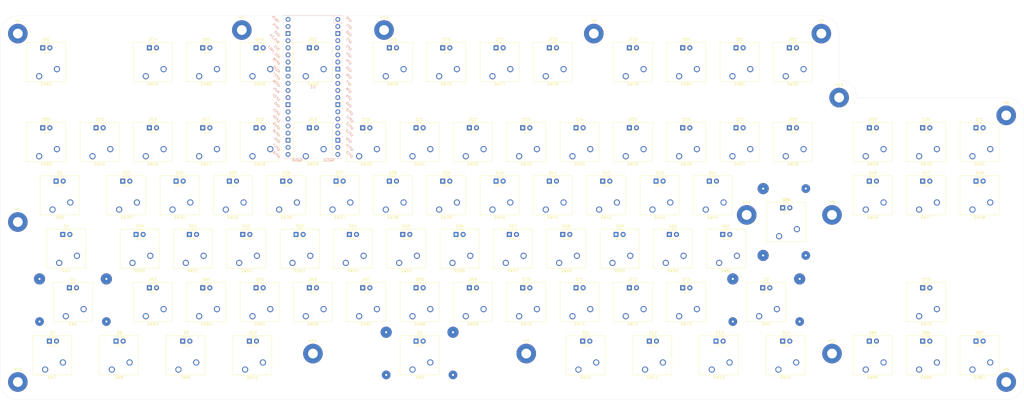
<source format=kicad_pcb>
(kicad_pcb (version 20171130) (host pcbnew "(5.1.10)-1")
  (layers (0 F.Cu signal) (31 B.Cu signal) (34 B.Paste user hide) (35 F.Paste user hide) (36 B.SilkS user) (37 F.SilkS user) (38 B.Mask user hide) (39 F.Mask user hide) (44 Edge.Cuts user))
  (net 0 "")
  (net 1 "Net-(U1-Pad1)")
  (net 2 "Net-(U1-Pad2)")
  (net 3 "Net-(U1-Pad3)")
  (net 4 "Net-(U1-Pad4)")
  (net 5 "Net-(U1-Pad5)")
  (net 6 "Net-(U1-Pad6)")
  (net 7 "Net-(U1-Pad7)")
  (net 8 "Net-(U1-Pad8)")
  (net 9 "Net-(U1-Pad9)")
  (net 10 "Net-(U1-Pad10)")
  (net 11 "Net-(U1-Pad11)")
  (net 12 "Net-(U1-Pad12)")
  (net 13 "Net-(U1-Pad13)")
  (net 14 "Net-(U1-Pad14)")
  (net 15 "Net-(U1-Pad15)")
  (net 16 "Net-(U1-Pad16)")
  (net 17 "Net-(U1-Pad17)")
  (net 18 "Net-(U1-Pad18)")
  (net 19 "Net-(U1-Pad19)")
  (net 20 "Net-(U1-Pad20)")
  (net 21 "Net-(U1-Pad21)")
  (net 22 "Net-(U1-Pad22)")
  (net 23 "Net-(U1-Pad23)")
  (net 24 "Net-(U1-Pad24)")
  (net 25 "Net-(U1-Pad25)")
  (net 26 "Net-(U1-Pad26)")
  (net 27 "Net-(U1-Pad27)")
  (net 28 "Net-(U1-Pad28)")
  (net 29 "Net-(U1-Pad29)")
  (net 30 "Net-(U1-Pad30)")
  (net 31 "Net-(U1-Pad31)")
  (net 32 "Net-(U1-Pad32)")
  (net 33 "Net-(U1-Pad33)")
  (net 34 "Net-(U1-Pad34)")
  (net 35 "Net-(U1-Pad35)")
  (net 36 "Net-(U1-Pad36)")
  (net 37 "Net-(U1-Pad37)")
  (net 38 "Net-(U1-Pad38)")
  (net 39 "Net-(U1-Pad39)")
  (net 40 "Net-(U1-Pad40)")
  (net 41 "Net-(SW1-Pad1)")
  (net 42 "Net-(SW2-Pad1)")
  (net 43 "Net-(SW3-Pad1)")
  (net 44 "Net-(SW4-Pad1)")
  (net 45 "Net-(SW5-Pad1)")
  (net 46 "Net-(SW6-Pad1)")
  (net 47 "Net-(SW7-Pad1)")
  (net 48 "Net-(SW8-Pad1)")
  (net 49 "Net-(SW9-Pad1)")
  (net 50 "Net-(SW10-Pad1)")
  (net 51 "Net-(SW11-Pad1)")
  (net 52 "Net-(SW12-Pad1)")
  (net 53 "Net-(SW13-Pad1)")
  (net 54 "Net-(SW14-Pad1)")
  (net 55 "Net-(SW15-Pad1)")
  (net 56 "Net-(SW16-Pad1)")
  (net 57 "Net-(SW17-Pad1)")
  (net 58 "Net-(SW18-Pad1)")
  (net 59 "Net-(SW19-Pad1)")
  (net 60 "Net-(SW20-Pad1)")
  (net 61 "Net-(SW21-Pad1)")
  (net 62 "Net-(SW22-Pad1)")
  (net 63 "Net-(SW23-Pad1)")
  (net 64 "Net-(SW24-Pad1)")
  (net 65 "Net-(SW25-Pad1)")
  (net 66 "Net-(SW26-Pad1)")
  (net 67 "Net-(SW27-Pad1)")
  (net 68 "Net-(SW28-Pad1)")
  (net 69 "Net-(SW29-Pad1)")
  (net 70 "Net-(SW30-Pad1)")
  (net 71 "Net-(SW31-Pad1)")
  (net 72 "Net-(SW32-Pad1)")
  (net 73 "Net-(SW33-Pad1)")
  (net 74 "Net-(SW34-Pad1)")
  (net 75 "Net-(SW35-Pad1)")
  (net 76 "Net-(SW36-Pad1)")
  (net 77 "Net-(SW37-Pad1)")
  (net 78 "Net-(SW38-Pad1)")
  (net 79 "Net-(SW39-Pad1)")
  (net 80 "Net-(SW40-Pad1)")
  (net 81 "Net-(SW41-Pad1)")
  (net 82 "Net-(SW42-Pad1)")
  (net 83 "Net-(SW43-Pad1)")
  (net 84 "Net-(SW44-Pad1)")
  (net 85 "Net-(SW45-Pad1)")
  (net 86 "Net-(SW46-Pad1)")
  (net 87 "Net-(SW47-Pad1)")
  (net 88 "Net-(SW48-Pad1)")
  (net 89 "Net-(SW49-Pad1)")
  (net 90 "Net-(SW50-Pad1)")
  (net 91 "Net-(SW51-Pad1)")
  (net 92 "Net-(SW52-Pad1)")
  (net 93 "Net-(SW53-Pad1)")
  (net 94 "Net-(SW54-Pad1)")
  (net 95 "Net-(SW55-Pad1)")
  (net 96 "Net-(SW56-Pad1)")
  (net 97 "Net-(SW57-Pad1)")
  (net 98 "Net-(SW58-Pad1)")
  (net 99 "Net-(SW59-Pad1)")
  (net 100 "Net-(SW60-Pad1)")
  (net 101 "Net-(SW61-Pad1)")
  (net 102 "Net-(SW62-Pad1)")
  (net 103 "Net-(SW63-Pad1)")
  (net 104 "Net-(SW64-Pad1)")
  (net 105 "Net-(SW65-Pad1)")
  (net 106 "Net-(SW66-Pad1)")
  (net 107 "Net-(SW67-Pad1)")
  (net 108 "Net-(SW68-Pad1)")
  (net 109 "Net-(SW69-Pad1)")
  (net 110 "Net-(SW70-Pad1)")
  (net 111 "Net-(SW71-Pad1)")
  (net 112 "Net-(SW72-Pad1)")
  (net 113 "Net-(SW73-Pad1)")
  (net 114 "Net-(SW74-Pad1)")
  (net 115 "Net-(SW75-Pad1)")
  (net 116 "Net-(SW76-Pad1)")
  (net 117 "Net-(SW77-Pad1)")
  (net 118 "Net-(SW78-Pad1)")
  (net 119 "Net-(SW79-Pad1)")
  (net 120 "Net-(SW80-Pad1)")
  (net 121 "Net-(SW81-Pad1)")
  (net 122 "Net-(SW82-Pad1)")
  (net 123 "Net-(SW83-Pad1)")
  (net 124 "Net-(SW84-Pad1)")
  (net 125 "Net-(SW85-Pad1)")
  (net 126 "Net-(SW86-Pad1)")
  (net 127 "Net-(SW87-Pad1)")
  (module RPi_Pico:RPi_Pico_SMD_TH (layer B.Cu) (at 146.05 85.09 180)
    (fp_text reference U1 (at 0 0) (layer B.SilkS) (effects (justify mirror)))
    (fp_text value Pico)
    (fp_text user GP1 (at -12.9 21.6 315) (layer B.SilkS) (effects (font (size 0.8 0.8)) (justify mirror)))
    (fp_text user GP2 (at -12.9 16.51 315) (layer B.SilkS) (effects (font (size 0.8 0.8)) (justify mirror)))
    (fp_text user GP0 (at -12.8 24.13 315) (layer B.SilkS) (effects (font (size 0.8 0.8)) (justify mirror)))
    (fp_text user GP3 (at -12.8 13.97 315) (layer B.SilkS) (effects (font (size 0.8 0.8)) (justify mirror)))
    (fp_text user GP4 (at -12.8 11.43 315) (layer B.SilkS) (effects (font (size 0.8 0.8)) (justify mirror)))
    (fp_text user GP5 (at -12.8 8.89 315) (layer B.SilkS) (effects (font (size 0.8 0.8)) (justify mirror)))
    (fp_text user GP6 (at -12.8 3.81 315) (layer B.SilkS) (effects (font (size 0.8 0.8)) (justify mirror)))
    (fp_text user GP7 (at -12.7 1.3 315) (layer B.SilkS) (effects (font (size 0.8 0.8)) (justify mirror)))
    (fp_text user GP8 (at -12.8 -1.27 315) (layer B.SilkS) (effects (font (size 0.8 0.8)) (justify mirror)))
    (fp_text user GP9 (at -12.8 -3.81 315) (layer B.SilkS) (effects (font (size 0.8 0.8)) (justify mirror)))
    (fp_text user GP10 (at -13.054 -8.89 315) (layer B.SilkS) (effects (font (size 0.8 0.8)) (justify mirror)))
    (fp_text user GP11 (at -13.2 -11.43 315) (layer B.SilkS) (effects (font (size 0.8 0.8)) (justify mirror)))
    (fp_text user GP12 (at -13.2 -13.97 315) (layer B.SilkS) (effects (font (size 0.8 0.8)) (justify mirror)))
    (fp_text user GP13 (at -13.054 -16.51 315) (layer B.SilkS) (effects (font (size 0.8 0.8)) (justify mirror)))
    (fp_text user GP14 (at -13.1 -21.59 315) (layer B.SilkS) (effects (font (size 0.8 0.8)) (justify mirror)))
    (fp_text user GP15 (at -13.054 -24.13 315) (layer B.SilkS) (effects (font (size 0.8 0.8)) (justify mirror)))
    (fp_text user GP16 (at 13.054 -24.13 315) (layer B.SilkS) (effects (font (size 0.8 0.8)) (justify mirror)))
    (fp_text user GP17 (at 13.054 -21.59 315) (layer B.SilkS) (effects (font (size 0.8 0.8)) (justify mirror)))
    (fp_text user GP18 (at 13.054 -16.51 315) (layer B.SilkS) (effects (font (size 0.8 0.8)) (justify mirror)))
    (fp_text user GP19 (at 13.054 -13.97 315) (layer B.SilkS) (effects (font (size 0.8 0.8)) (justify mirror)))
    (fp_text user GP20 (at 13.054 -11.43 315) (layer B.SilkS) (effects (font (size 0.8 0.8)) (justify mirror)))
    (fp_text user GP21 (at 13.054 -8.9 315) (layer B.SilkS) (effects (font (size 0.8 0.8)) (justify mirror)))
    (fp_text user GP22 (at 13.054 -3.81 315) (layer B.SilkS) (effects (font (size 0.8 0.8)) (justify mirror)))
    (fp_text user RUN (at 13 -1.27 315) (layer B.SilkS) (effects (font (size 0.8 0.8)) (justify mirror)))
    (fp_text user GP26 (at 13.054 1.27 315) (layer B.SilkS) (effects (font (size 0.8 0.8)) (justify mirror)))
    (fp_text user GP27 (at 13.054 3.8 315) (layer B.SilkS) (effects (font (size 0.8 0.8)) (justify mirror)))
    (fp_text user GP28 (at 13.054 9.144 315) (layer B.SilkS) (effects (font (size 0.8 0.8)) (justify mirror)))
    (fp_text user ADC_VREF (at 14 12.5 315) (layer B.SilkS) (effects (font (size 0.8 0.8)) (justify mirror)))
    (fp_text user 3V3 (at 12.9 13.9 315) (layer B.SilkS) (effects (font (size 0.8 0.8)) (justify mirror)))
    (fp_text user 3V3_EN (at 13.7 17.2 315) (layer B.SilkS) (effects (font (size 0.8 0.8)) (justify mirror)))
    (fp_text user VSYS (at 13.2 21.59 315) (layer B.SilkS) (effects (font (size 0.8 0.8)) (justify mirror)))
    (fp_text user VBUS (at 13.3 24.2 315) (layer B.SilkS) (effects (font (size 0.8 0.8)) (justify mirror)))
    (fp_text user GND (at -12.8 19.05 315) (layer B.SilkS) (effects (font (size 0.8 0.8)) (justify mirror)))
    (fp_text user GND (at -12.8 6.35 315) (layer B.SilkS) (effects (font (size 0.8 0.8)) (justify mirror)))
    (fp_text user GND (at -12.8 -6.35 315) (layer B.SilkS) (effects (font (size 0.8 0.8)) (justify mirror)))
    (fp_text user GND (at -12.8 -19.05 315) (layer B.SilkS) (effects (font (size 0.8 0.8)) (justify mirror)))
    (fp_text user GND (at 12.8 -19.05 315) (layer B.SilkS) (effects (font (size 0.8 0.8)) (justify mirror)))
    (fp_text user GND (at 12.8 -6.35 315) (layer B.SilkS) (effects (font (size 0.8 0.8)) (justify mirror)))
    (fp_text user GND (at 12.8 19.05 315) (layer B.SilkS) (effects (font (size 0.8 0.8)) (justify mirror)))
    (fp_text user AGND (at 13.054 6.35 315) (layer B.SilkS) (effects (font (size 0.8 0.8)) (justify mirror)))
    (fp_text user SWCLK (at -5.7 -26.2) (layer B.SilkS) (effects (font (size 0.8 0.8)) (justify mirror)))
    (fp_text user SWDIO (at 5.6 -26.2) (layer B.SilkS) (effects (font (size 0.8 0.8)) (justify mirror)))
    (pad 1 thru_hole oval (at -8.89 24.13 180) (size 1.7 1.7) (drill 1.02) (layers *.Cu *.Mask) (net 1 "Net-(U1-Pad1)"))
    (pad 2 thru_hole oval (at -8.89 21.59 180) (size 1.7 1.7) (drill 1.02) (layers *.Cu *.Mask) (net 2 "Net-(U1-Pad2)"))
    (pad 3 thru_hole rect (at -8.89 19.05 180) (size 1.7 1.7) (drill 1.02) (layers *.Cu *.Mask) (net 3 "Net-(U1-Pad3)"))
    (pad 4 thru_hole oval (at -8.89 16.51 180) (size 1.7 1.7) (drill 1.02) (layers *.Cu *.Mask) (net 4 "Net-(U1-Pad4)"))
    (pad 5 thru_hole oval (at -8.89 13.97 180) (size 1.7 1.7) (drill 1.02) (layers *.Cu *.Mask) (net 5 "Net-(U1-Pad5)"))
    (pad 6 thru_hole oval (at -8.89 11.43 180) (size 1.7 1.7) (drill 1.02) (layers *.Cu *.Mask) (net 6 "Net-(U1-Pad6)"))
    (pad 7 thru_hole oval (at -8.89 8.89 180) (size 1.7 1.7) (drill 1.02) (layers *.Cu *.Mask) (net 7 "Net-(U1-Pad7)"))
    (pad 8 thru_hole rect (at -8.89 6.35 180) (size 1.7 1.7) (drill 1.02) (layers *.Cu *.Mask) (net 8 "Net-(U1-Pad8)"))
    (pad 9 thru_hole oval (at -8.89 3.81 180) (size 1.7 1.7) (drill 1.02) (layers *.Cu *.Mask) (net 9 "Net-(U1-Pad9)"))
    (pad 10 thru_hole oval (at -8.89 1.27 180) (size 1.7 1.7) (drill 1.02) (layers *.Cu *.Mask) (net 10 "Net-(U1-Pad10)"))
    (pad 11 thru_hole oval (at -8.89 -1.27 180) (size 1.7 1.7) (drill 1.02) (layers *.Cu *.Mask) (net 11 "Net-(U1-Pad11)"))
    (pad 12 thru_hole oval (at -8.89 -3.81 180) (size 1.7 1.7) (drill 1.02) (layers *.Cu *.Mask) (net 12 "Net-(U1-Pad12)"))
    (pad 13 thru_hole rect (at -8.89 -6.35 180) (size 1.7 1.7) (drill 1.02) (layers *.Cu *.Mask) (net 13 "Net-(U1-Pad13)"))
    (pad 14 thru_hole oval (at -8.89 -8.89 180) (size 1.7 1.7) (drill 1.02) (layers *.Cu *.Mask) (net 14 "Net-(U1-Pad14)"))
    (pad 15 thru_hole oval (at -8.89 -11.43 180) (size 1.7 1.7) (drill 1.02) (layers *.Cu *.Mask) (net 15 "Net-(U1-Pad15)"))
    (pad 16 thru_hole oval (at -8.89 -13.97 180) (size 1.7 1.7) (drill 1.02) (layers *.Cu *.Mask) (net 16 "Net-(U1-Pad16)"))
    (pad 17 thru_hole oval (at -8.89 -16.51 180) (size 1.7 1.7) (drill 1.02) (layers *.Cu *.Mask) (net 17 "Net-(U1-Pad17)"))
    (pad 18 thru_hole rect (at -8.89 -19.05 180) (size 1.7 1.7) (drill 1.02) (layers *.Cu *.Mask) (net 18 "Net-(U1-Pad18)"))
    (pad 19 thru_hole oval (at -8.89 -21.59 180) (size 1.7 1.7) (drill 1.02) (layers *.Cu *.Mask) (net 19 "Net-(U1-Pad19)"))
    (pad 20 thru_hole oval (at -8.89 -24.13 180) (size 1.7 1.7) (drill 1.02) (layers *.Cu *.Mask) (net 20 "Net-(U1-Pad20)"))
    (pad 21 thru_hole oval (at 8.89 -24.13 180) (size 1.7 1.7) (drill 1.02) (layers *.Cu *.Mask) (net 21 "Net-(U1-Pad21)"))
    (pad 22 thru_hole oval (at 8.89 -21.59 180) (size 1.7 1.7) (drill 1.02) (layers *.Cu *.Mask) (net 22 "Net-(U1-Pad22)"))
    (pad 23 thru_hole rect (at 8.89 -19.05 180) (size 1.7 1.7) (drill 1.02) (layers *.Cu *.Mask) (net 23 "Net-(U1-Pad23)"))
    (pad 24 thru_hole oval (at 8.89 -16.51 180) (size 1.7 1.7) (drill 1.02) (layers *.Cu *.Mask) (net 24 "Net-(U1-Pad24)"))
    (pad 25 thru_hole oval (at 8.89 -13.97 180) (size 1.7 1.7) (drill 1.02) (layers *.Cu *.Mask) (net 25 "Net-(U1-Pad25)"))
    (pad 26 thru_hole oval (at 8.89 -11.43 180) (size 1.7 1.7) (drill 1.02) (layers *.Cu *.Mask) (net 26 "Net-(U1-Pad26)"))
    (pad 27 thru_hole oval (at 8.89 -8.89 180) (size 1.7 1.7) (drill 1.02) (layers *.Cu *.Mask) (net 27 "Net-(U1-Pad27)"))
    (pad 28 thru_hole rect (at 8.89 -6.35 180) (size 1.7 1.7) (drill 1.02) (layers *.Cu *.Mask) (net 28 "Net-(U1-Pad28)"))
    (pad 29 thru_hole oval (at 8.89 -3.81 180) (size 1.7 1.7) (drill 1.02) (layers *.Cu *.Mask) (net 29 "Net-(U1-Pad29)"))
    (pad 30 thru_hole oval (at 8.89 -1.27 180) (size 1.7 1.7) (drill 1.02) (layers *.Cu *.Mask) (net 30 "Net-(U1-Pad30)"))
    (pad 31 thru_hole oval (at 8.89 1.27 180) (size 1.7 1.7) (drill 1.02) (layers *.Cu *.Mask) (net 31 "Net-(U1-Pad31)"))
    (pad 32 thru_hole oval (at 8.89 3.81 180) (size 1.7 1.7) (drill 1.02) (layers *.Cu *.Mask) (net 32 "Net-(U1-Pad32)"))
    (pad 33 thru_hole rect (at 8.89 6.35 180) (size 1.7 1.7) (drill 1.02) (layers *.Cu *.Mask) (net 33 "Net-(U1-Pad33)"))
    (pad 34 thru_hole oval (at 8.89 8.89 180) (size 1.7 1.7) (drill 1.02) (layers *.Cu *.Mask) (net 34 "Net-(U1-Pad34)"))
    (pad 35 thru_hole oval (at 8.89 11.43 180) (size 1.7 1.7) (drill 1.02) (layers *.Cu *.Mask) (net 35 "Net-(U1-Pad35)"))
    (pad 36 thru_hole oval (at 8.89 13.97 180) (size 1.7 1.7) (drill 1.02) (layers *.Cu *.Mask) (net 36 "Net-(U1-Pad36)"))
    (pad 37 thru_hole oval (at 8.89 16.51 180) (size 1.7 1.7) (drill 1.02) (layers *.Cu *.Mask) (net 37 "Net-(U1-Pad37)"))
    (pad 38 thru_hole rect (at 8.89 19.05 180) (size 1.7 1.7) (drill 1.02) (layers *.Cu *.Mask) (net 38 "Net-(U1-Pad38)"))
    (pad 39 thru_hole oval (at 8.89 21.59 180) (size 1.7 1.7) (drill 1.02) (layers *.Cu *.Mask) (net 39 "Net-(U1-Pad39)"))
    (pad 40 thru_hole oval (at 8.89 24.13 180) (size 1.7 1.7) (drill 1.02) (layers *.Cu *.Mask) (net 40 "Net-(U1-Pad40)"))
    (pad "" np_thru_hole oval (at -2.725 24 180) (size 1.8 1.8) (drill 1.8) (layers *.Cu *.Mask))
    (pad "" np_thru_hole oval (at 2.725 24 180) (size 1.8 1.8) (drill 1.8) (layers *.Cu *.Mask))
    (pad "" np_thru_hole oval (at -2.425 20.97 180) (size 1.5 1.5) (drill 1.5) (layers *.Cu *.Mask))
    (pad "" np_thru_hole oval (at 2.425 20.97 180) (size 1.5 1.5) (drill 1.5) (layers *.Cu *.Mask))
  )
  (module YazawaLib:SW_Cherry_MX_1.00u_Plate (layer F.Cu) (at 384.175 180.975)
    (fp_text reference SW87 (at 0 7.874 180) (layer F.SilkS))
    (fp_text value SW_MEC_5G)
    (pad "" np_thru_hole circle (at 0 0 180) (size 4 4) (drill 4) (layers *.Cu *.Mask))
    (pad 1 thru_hole circle (at 3.81 2.54 180) (size 2.2 2.2) (drill 1.5) (layers *.Cu *.Mask) (net 127 "Net-(SW87-Pad1)"))
    (pad 2 thru_hole circle (at -2.54 5.08 180) (size 2.2 2.2) (drill 1.5) (layers *.Cu *.Mask) (net 127 "Net-(SW87-Pad1)"))
  )
  (module YazawaLib:SW_Cherry_MX_1.00u_Plate (layer F.Cu) (at 365.125 180.975)
    (fp_text reference SW86 (at 0 7.874 180) (layer F.SilkS))
    (fp_text value SW_MEC_5G)
    (pad "" np_thru_hole circle (at 0 0 180) (size 4 4) (drill 4) (layers *.Cu *.Mask))
    (pad 1 thru_hole circle (at 3.81 2.54 180) (size 2.2 2.2) (drill 1.5) (layers *.Cu *.Mask) (net 126 "Net-(SW86-Pad1)"))
    (pad 2 thru_hole circle (at -2.54 5.08 180) (size 2.2 2.2) (drill 1.5) (layers *.Cu *.Mask) (net 126 "Net-(SW86-Pad1)"))
  )
  (module YazawaLib:SW_Cherry_MX_1.00u_Plate (layer F.Cu) (at 346.075 180.975)
    (fp_text reference SW85 (at 0 7.874 180) (layer F.SilkS))
    (fp_text value SW_MEC_5G)
    (pad "" np_thru_hole circle (at 0 0 180) (size 4 4) (drill 4) (layers *.Cu *.Mask))
    (pad 1 thru_hole circle (at 3.81 2.54 180) (size 2.2 2.2) (drill 1.5) (layers *.Cu *.Mask) (net 125 "Net-(SW85-Pad1)"))
    (pad 2 thru_hole circle (at -2.54 5.08 180) (size 2.2 2.2) (drill 1.5) (layers *.Cu *.Mask) (net 125 "Net-(SW85-Pad1)"))
  )
  (module YazawaLib:SW_Cherry_MX_1.00u_Plate (layer F.Cu) (at 279.4 76.2)
    (fp_text reference SW84 (at 0 7.874 180) (layer F.SilkS))
    (fp_text value SW_MEC_5G)
    (pad "" np_thru_hole circle (at 0 0 180) (size 4 4) (drill 4) (layers *.Cu *.Mask))
    (pad 1 thru_hole circle (at 3.81 2.54 180) (size 2.2 2.2) (drill 1.5) (layers *.Cu *.Mask) (net 124 "Net-(SW84-Pad1)"))
    (pad 2 thru_hole circle (at -2.54 5.08 180) (size 2.2 2.2) (drill 1.5) (layers *.Cu *.Mask) (net 124 "Net-(SW84-Pad1)"))
  )
  (module YazawaLib:SW_Cherry_MX_1.00u_Plate (layer F.Cu) (at 50.8 104.775)
    (fp_text reference SW83 (at 0 7.874 180) (layer F.SilkS))
    (fp_text value SW_MEC_5G)
    (pad "" np_thru_hole circle (at 0 0 180) (size 4 4) (drill 4) (layers *.Cu *.Mask))
    (pad 1 thru_hole circle (at 3.81 2.54 180) (size 2.2 2.2) (drill 1.5) (layers *.Cu *.Mask) (net 123 "Net-(SW83-Pad1)"))
    (pad 2 thru_hole circle (at -2.54 5.08 180) (size 2.2 2.2) (drill 1.5) (layers *.Cu *.Mask) (net 123 "Net-(SW83-Pad1)"))
  )
  (module YazawaLib:SW_Cherry_MX_1.00u_Plate (layer F.Cu) (at 317.5 76.2)
    (fp_text reference SW82 (at 0 7.874 180) (layer F.SilkS))
    (fp_text value SW_MEC_5G)
    (pad "" np_thru_hole circle (at 0 0 180) (size 4 4) (drill 4) (layers *.Cu *.Mask))
    (pad 1 thru_hole circle (at 3.81 2.54 180) (size 2.2 2.2) (drill 1.5) (layers *.Cu *.Mask) (net 122 "Net-(SW82-Pad1)"))
    (pad 2 thru_hole circle (at -2.54 5.08 180) (size 2.2 2.2) (drill 1.5) (layers *.Cu *.Mask) (net 122 "Net-(SW82-Pad1)"))
  )
  (module YazawaLib:SW_Cherry_MX_1.00u_Plate (layer F.Cu) (at 298.45 76.2)
    (fp_text reference SW81 (at 0 7.874 180) (layer F.SilkS))
    (fp_text value SW_MEC_5G)
    (pad "" np_thru_hole circle (at 0 0 180) (size 4 4) (drill 4) (layers *.Cu *.Mask))
    (pad 1 thru_hole circle (at 3.81 2.54 180) (size 2.2 2.2) (drill 1.5) (layers *.Cu *.Mask) (net 121 "Net-(SW81-Pad1)"))
    (pad 2 thru_hole circle (at -2.54 5.08 180) (size 2.2 2.2) (drill 1.5) (layers *.Cu *.Mask) (net 121 "Net-(SW81-Pad1)"))
  )
  (module YazawaLib:SW_Cherry_MX_1.00u_Plate (layer F.Cu) (at 107.95 76.2)
    (fp_text reference SW80 (at 0 7.874 180) (layer F.SilkS))
    (fp_text value SW_MEC_5G)
    (pad "" np_thru_hole circle (at 0 0 180) (size 4 4) (drill 4) (layers *.Cu *.Mask))
    (pad 1 thru_hole circle (at 3.81 2.54 180) (size 2.2 2.2) (drill 1.5) (layers *.Cu *.Mask) (net 120 "Net-(SW80-Pad1)"))
    (pad 2 thru_hole circle (at -2.54 5.08 180) (size 2.2 2.2) (drill 1.5) (layers *.Cu *.Mask) (net 120 "Net-(SW80-Pad1)"))
  )
  (module YazawaLib:SW_Cherry_MX_1.00u_Plate (layer F.Cu) (at 260.35 76.2)
    (fp_text reference SW79 (at 0 7.874 180) (layer F.SilkS))
    (fp_text value SW_MEC_5G)
    (pad "" np_thru_hole circle (at 0 0 180) (size 4 4) (drill 4) (layers *.Cu *.Mask))
    (pad 1 thru_hole circle (at 3.81 2.54 180) (size 2.2 2.2) (drill 1.5) (layers *.Cu *.Mask) (net 119 "Net-(SW79-Pad1)"))
    (pad 2 thru_hole circle (at -2.54 5.08 180) (size 2.2 2.2) (drill 1.5) (layers *.Cu *.Mask) (net 119 "Net-(SW79-Pad1)"))
  )
  (module YazawaLib:SW_Cherry_MX_1.00u_Plate (layer F.Cu) (at 231.775 76.2)
    (fp_text reference SW78 (at 0 7.874 180) (layer F.SilkS))
    (fp_text value SW_MEC_5G)
    (pad "" np_thru_hole circle (at 0 0 180) (size 4 4) (drill 4) (layers *.Cu *.Mask))
    (pad 1 thru_hole circle (at 3.81 2.54 180) (size 2.2 2.2) (drill 1.5) (layers *.Cu *.Mask) (net 118 "Net-(SW78-Pad1)"))
    (pad 2 thru_hole circle (at -2.54 5.08 180) (size 2.2 2.2) (drill 1.5) (layers *.Cu *.Mask) (net 118 "Net-(SW78-Pad1)"))
  )
  (module YazawaLib:SW_Cherry_MX_1.00u_Plate (layer F.Cu) (at 212.725 76.2)
    (fp_text reference SW77 (at 0 7.874 180) (layer F.SilkS))
    (fp_text value SW_MEC_5G)
    (pad "" np_thru_hole circle (at 0 0 180) (size 4 4) (drill 4) (layers *.Cu *.Mask))
    (pad 1 thru_hole circle (at 3.81 2.54 180) (size 2.2 2.2) (drill 1.5) (layers *.Cu *.Mask) (net 117 "Net-(SW77-Pad1)"))
    (pad 2 thru_hole circle (at -2.54 5.08 180) (size 2.2 2.2) (drill 1.5) (layers *.Cu *.Mask) (net 117 "Net-(SW77-Pad1)"))
  )
  (module YazawaLib:SW_Cherry_MX_1.00u_Plate (layer F.Cu) (at 193.675 76.2)
    (fp_text reference SW76 (at 0 7.874 180) (layer F.SilkS))
    (fp_text value SW_MEC_5G)
    (pad "" np_thru_hole circle (at 0 0 180) (size 4 4) (drill 4) (layers *.Cu *.Mask))
    (pad 1 thru_hole circle (at 3.81 2.54 180) (size 2.2 2.2) (drill 1.5) (layers *.Cu *.Mask) (net 116 "Net-(SW76-Pad1)"))
    (pad 2 thru_hole circle (at -2.54 5.08 180) (size 2.2 2.2) (drill 1.5) (layers *.Cu *.Mask) (net 116 "Net-(SW76-Pad1)"))
  )
  (module YazawaLib:SW_Cherry_MX_1.00u_Plate (layer F.Cu) (at 365.125 161.925)
    (fp_text reference SW75 (at 0 7.874 180) (layer F.SilkS))
    (fp_text value SW_MEC_5G)
    (pad "" np_thru_hole circle (at 0 0 180) (size 4 4) (drill 4) (layers *.Cu *.Mask))
    (pad 1 thru_hole circle (at 3.81 2.54 180) (size 2.2 2.2) (drill 1.5) (layers *.Cu *.Mask) (net 115 "Net-(SW75-Pad1)"))
    (pad 2 thru_hole circle (at -2.54 5.08 180) (size 2.2 2.2) (drill 1.5) (layers *.Cu *.Mask) (net 115 "Net-(SW75-Pad1)"))
  )
  (module YazawaLib:SW_Cherry_MX_1.00u_Plate (layer F.Cu) (at 88.9 76.2)
    (fp_text reference SW74 (at 0 7.874 180) (layer F.SilkS))
    (fp_text value SW_MEC_5G)
    (pad "" np_thru_hole circle (at 0 0 180) (size 4 4) (drill 4) (layers *.Cu *.Mask))
    (pad 1 thru_hole circle (at 3.81 2.54 180) (size 2.2 2.2) (drill 1.5) (layers *.Cu *.Mask) (net 114 "Net-(SW74-Pad1)"))
    (pad 2 thru_hole circle (at -2.54 5.08 180) (size 2.2 2.2) (drill 1.5) (layers *.Cu *.Mask) (net 114 "Net-(SW74-Pad1)"))
  )
  (module YazawaLib:SW_Cherry_MX_1.00u_Plate (layer F.Cu) (at 279.4 161.925)
    (fp_text reference SW73 (at 0 7.874 180) (layer F.SilkS))
    (fp_text value SW_MEC_5G)
    (pad "" np_thru_hole circle (at 0 0 180) (size 4 4) (drill 4) (layers *.Cu *.Mask))
    (pad 1 thru_hole circle (at 3.81 2.54 180) (size 2.2 2.2) (drill 1.5) (layers *.Cu *.Mask) (net 113 "Net-(SW73-Pad1)"))
    (pad 2 thru_hole circle (at -2.54 5.08 180) (size 2.2 2.2) (drill 1.5) (layers *.Cu *.Mask) (net 113 "Net-(SW73-Pad1)"))
  )
  (module YazawaLib:SW_Cherry_MX_1.00u_Plate (layer F.Cu) (at 260.35 161.925)
    (fp_text reference SW72 (at 0 7.874 180) (layer F.SilkS))
    (fp_text value SW_MEC_5G)
    (pad "" np_thru_hole circle (at 0 0 180) (size 4 4) (drill 4) (layers *.Cu *.Mask))
    (pad 1 thru_hole circle (at 3.81 2.54 180) (size 2.2 2.2) (drill 1.5) (layers *.Cu *.Mask) (net 112 "Net-(SW72-Pad1)"))
    (pad 2 thru_hole circle (at -2.54 5.08 180) (size 2.2 2.2) (drill 1.5) (layers *.Cu *.Mask) (net 112 "Net-(SW72-Pad1)"))
  )
  (module YazawaLib:SW_Cherry_MX_1.00u_Plate (layer F.Cu) (at 241.3 161.925)
    (fp_text reference SW71 (at 0 7.874 180) (layer F.SilkS))
    (fp_text value SW_MEC_5G)
    (pad "" np_thru_hole circle (at 0 0 180) (size 4 4) (drill 4) (layers *.Cu *.Mask))
    (pad 1 thru_hole circle (at 3.81 2.54 180) (size 2.2 2.2) (drill 1.5) (layers *.Cu *.Mask) (net 111 "Net-(SW71-Pad1)"))
    (pad 2 thru_hole circle (at -2.54 5.08 180) (size 2.2 2.2) (drill 1.5) (layers *.Cu *.Mask) (net 111 "Net-(SW71-Pad1)"))
  )
  (module YazawaLib:SW_Cherry_MX_1.00u_Plate (layer F.Cu) (at 222.25 161.925)
    (fp_text reference SW70 (at 0 7.874 180) (layer F.SilkS))
    (fp_text value SW_MEC_5G)
    (pad "" np_thru_hole circle (at 0 0 180) (size 4 4) (drill 4) (layers *.Cu *.Mask))
    (pad 1 thru_hole circle (at 3.81 2.54 180) (size 2.2 2.2) (drill 1.5) (layers *.Cu *.Mask) (net 110 "Net-(SW70-Pad1)"))
    (pad 2 thru_hole circle (at -2.54 5.08 180) (size 2.2 2.2) (drill 1.5) (layers *.Cu *.Mask) (net 110 "Net-(SW70-Pad1)"))
  )
  (module YazawaLib:SW_Cherry_MX_1.00u_Plate (layer F.Cu) (at 203.2 161.925)
    (fp_text reference SW69 (at 0 7.874 180) (layer F.SilkS))
    (fp_text value SW_MEC_5G)
    (pad "" np_thru_hole circle (at 0 0 180) (size 4 4) (drill 4) (layers *.Cu *.Mask))
    (pad 1 thru_hole circle (at 3.81 2.54 180) (size 2.2 2.2) (drill 1.5) (layers *.Cu *.Mask) (net 109 "Net-(SW69-Pad1)"))
    (pad 2 thru_hole circle (at -2.54 5.08 180) (size 2.2 2.2) (drill 1.5) (layers *.Cu *.Mask) (net 109 "Net-(SW69-Pad1)"))
  )
  (module YazawaLib:SW_Cherry_MX_1.00u_Plate (layer F.Cu) (at 184.15 161.925)
    (fp_text reference SW68 (at 0 7.874 180) (layer F.SilkS))
    (fp_text value SW_MEC_5G)
    (pad "" np_thru_hole circle (at 0 0 180) (size 4 4) (drill 4) (layers *.Cu *.Mask))
    (pad 1 thru_hole circle (at 3.81 2.54 180) (size 2.2 2.2) (drill 1.5) (layers *.Cu *.Mask) (net 108 "Net-(SW68-Pad1)"))
    (pad 2 thru_hole circle (at -2.54 5.08 180) (size 2.2 2.2) (drill 1.5) (layers *.Cu *.Mask) (net 108 "Net-(SW68-Pad1)"))
  )
  (module YazawaLib:SW_Cherry_MX_1.00u_Plate (layer F.Cu) (at 165.1 161.925)
    (fp_text reference SW67 (at 0 7.874 180) (layer F.SilkS))
    (fp_text value SW_MEC_5G)
    (pad "" np_thru_hole circle (at 0 0 180) (size 4 4) (drill 4) (layers *.Cu *.Mask))
    (pad 1 thru_hole circle (at 3.81 2.54 180) (size 2.2 2.2) (drill 1.5) (layers *.Cu *.Mask) (net 107 "Net-(SW67-Pad1)"))
    (pad 2 thru_hole circle (at -2.54 5.08 180) (size 2.2 2.2) (drill 1.5) (layers *.Cu *.Mask) (net 107 "Net-(SW67-Pad1)"))
  )
  (module YazawaLib:SW_Cherry_MX_1.00u_Plate (layer F.Cu) (at 146.05 161.925)
    (fp_text reference SW66 (at 0 7.874 180) (layer F.SilkS))
    (fp_text value SW_MEC_5G)
    (pad "" np_thru_hole circle (at 0 0 180) (size 4 4) (drill 4) (layers *.Cu *.Mask))
    (pad 1 thru_hole circle (at 3.81 2.54 180) (size 2.2 2.2) (drill 1.5) (layers *.Cu *.Mask) (net 106 "Net-(SW66-Pad1)"))
    (pad 2 thru_hole circle (at -2.54 5.08 180) (size 2.2 2.2) (drill 1.5) (layers *.Cu *.Mask) (net 106 "Net-(SW66-Pad1)"))
  )
  (module YazawaLib:SW_Cherry_MX_1.00u_Plate (layer F.Cu) (at 127 161.925)
    (fp_text reference SW65 (at 0 7.874 180) (layer F.SilkS))
    (fp_text value SW_MEC_5G)
    (pad "" np_thru_hole circle (at 0 0 180) (size 4 4) (drill 4) (layers *.Cu *.Mask))
    (pad 1 thru_hole circle (at 3.81 2.54 180) (size 2.2 2.2) (drill 1.5) (layers *.Cu *.Mask) (net 105 "Net-(SW65-Pad1)"))
    (pad 2 thru_hole circle (at -2.54 5.08 180) (size 2.2 2.2) (drill 1.5) (layers *.Cu *.Mask) (net 105 "Net-(SW65-Pad1)"))
  )
  (module YazawaLib:SW_Cherry_MX_1.00u_Plate (layer F.Cu) (at 107.95 161.925)
    (fp_text reference SW64 (at 0 7.874 180) (layer F.SilkS))
    (fp_text value SW_MEC_5G)
    (pad "" np_thru_hole circle (at 0 0 180) (size 4 4) (drill 4) (layers *.Cu *.Mask))
    (pad 1 thru_hole circle (at 3.81 2.54 180) (size 2.2 2.2) (drill 1.5) (layers *.Cu *.Mask) (net 104 "Net-(SW64-Pad1)"))
    (pad 2 thru_hole circle (at -2.54 5.08 180) (size 2.2 2.2) (drill 1.5) (layers *.Cu *.Mask) (net 104 "Net-(SW64-Pad1)"))
  )
  (module YazawaLib:SW_Cherry_MX_1.00u_Plate (layer F.Cu) (at 88.9 161.925)
    (fp_text reference SW63 (at 0 7.874 180) (layer F.SilkS))
    (fp_text value SW_MEC_5G)
    (pad "" np_thru_hole circle (at 0 0 180) (size 4 4) (drill 4) (layers *.Cu *.Mask))
    (pad 1 thru_hole circle (at 3.81 2.54 180) (size 2.2 2.2) (drill 1.5) (layers *.Cu *.Mask) (net 103 "Net-(SW63-Pad1)"))
    (pad 2 thru_hole circle (at -2.54 5.08 180) (size 2.2 2.2) (drill 1.5) (layers *.Cu *.Mask) (net 103 "Net-(SW63-Pad1)"))
  )
  (module YazawaLib:SW_Cherry_MX_1.00u_Plate (layer F.Cu) (at 50.8 76.2)
    (fp_text reference SW62 (at 0 7.874 180) (layer F.SilkS))
    (fp_text value SW_MEC_5G)
    (pad "" np_thru_hole circle (at 0 0 180) (size 4 4) (drill 4) (layers *.Cu *.Mask))
    (pad 1 thru_hole circle (at 3.81 2.54 180) (size 2.2 2.2) (drill 1.5) (layers *.Cu *.Mask) (net 102 "Net-(SW62-Pad1)"))
    (pad 2 thru_hole circle (at -2.54 5.08 180) (size 2.2 2.2) (drill 1.5) (layers *.Cu *.Mask) (net 102 "Net-(SW62-Pad1)"))
  )
  (module YazawaLib:SW_Cherry_MX_1.00u_Plate (layer F.Cu) (at 293.6875 142.875)
    (fp_text reference SW61 (at 0 7.874 180) (layer F.SilkS))
    (fp_text value SW_MEC_5G)
    (pad "" np_thru_hole circle (at 0 0 180) (size 4 4) (drill 4) (layers *.Cu *.Mask))
    (pad 1 thru_hole circle (at 3.81 2.54 180) (size 2.2 2.2) (drill 1.5) (layers *.Cu *.Mask) (net 101 "Net-(SW61-Pad1)"))
    (pad 2 thru_hole circle (at -2.54 5.08 180) (size 2.2 2.2) (drill 1.5) (layers *.Cu *.Mask) (net 101 "Net-(SW61-Pad1)"))
  )
  (module YazawaLib:SW_Cherry_MX_1.00u_Plate (layer F.Cu) (at 274.6375 142.875)
    (fp_text reference SW60 (at 0 7.874 180) (layer F.SilkS))
    (fp_text value SW_MEC_5G)
    (pad "" np_thru_hole circle (at 0 0 180) (size 4 4) (drill 4) (layers *.Cu *.Mask))
    (pad 1 thru_hole circle (at 3.81 2.54 180) (size 2.2 2.2) (drill 1.5) (layers *.Cu *.Mask) (net 100 "Net-(SW60-Pad1)"))
    (pad 2 thru_hole circle (at -2.54 5.08 180) (size 2.2 2.2) (drill 1.5) (layers *.Cu *.Mask) (net 100 "Net-(SW60-Pad1)"))
  )
  (module YazawaLib:SW_Cherry_MX_1.00u_Plate (layer F.Cu) (at 255.5875 142.875)
    (fp_text reference SW59 (at 0 7.874 180) (layer F.SilkS))
    (fp_text value SW_MEC_5G)
    (pad "" np_thru_hole circle (at 0 0 180) (size 4 4) (drill 4) (layers *.Cu *.Mask))
    (pad 1 thru_hole circle (at 3.81 2.54 180) (size 2.2 2.2) (drill 1.5) (layers *.Cu *.Mask) (net 99 "Net-(SW59-Pad1)"))
    (pad 2 thru_hole circle (at -2.54 5.08 180) (size 2.2 2.2) (drill 1.5) (layers *.Cu *.Mask) (net 99 "Net-(SW59-Pad1)"))
  )
  (module YazawaLib:SW_Cherry_MX_1.00u_Plate (layer F.Cu) (at 236.5375 142.875)
    (fp_text reference SW58 (at 0 7.874 180) (layer F.SilkS))
    (fp_text value SW_MEC_5G)
    (pad "" np_thru_hole circle (at 0 0 180) (size 4 4) (drill 4) (layers *.Cu *.Mask))
    (pad 1 thru_hole circle (at 3.81 2.54 180) (size 2.2 2.2) (drill 1.5) (layers *.Cu *.Mask) (net 98 "Net-(SW58-Pad1)"))
    (pad 2 thru_hole circle (at -2.54 5.08 180) (size 2.2 2.2) (drill 1.5) (layers *.Cu *.Mask) (net 98 "Net-(SW58-Pad1)"))
  )
  (module YazawaLib:SW_Cherry_MX_1.00u_Plate (layer F.Cu) (at 217.4875 142.875)
    (fp_text reference SW57 (at 0 7.874 180) (layer F.SilkS))
    (fp_text value SW_MEC_5G)
    (pad "" np_thru_hole circle (at 0 0 180) (size 4 4) (drill 4) (layers *.Cu *.Mask))
    (pad 1 thru_hole circle (at 3.81 2.54 180) (size 2.2 2.2) (drill 1.5) (layers *.Cu *.Mask) (net 97 "Net-(SW57-Pad1)"))
    (pad 2 thru_hole circle (at -2.54 5.08 180) (size 2.2 2.2) (drill 1.5) (layers *.Cu *.Mask) (net 97 "Net-(SW57-Pad1)"))
  )
  (module YazawaLib:SW_Cherry_MX_1.00u_Plate (layer F.Cu) (at 198.4375 142.875)
    (fp_text reference SW56 (at 0 7.874 180) (layer F.SilkS))
    (fp_text value SW_MEC_5G)
    (pad "" np_thru_hole circle (at 0 0 180) (size 4 4) (drill 4) (layers *.Cu *.Mask))
    (pad 1 thru_hole circle (at 3.81 2.54 180) (size 2.2 2.2) (drill 1.5) (layers *.Cu *.Mask) (net 96 "Net-(SW56-Pad1)"))
    (pad 2 thru_hole circle (at -2.54 5.08 180) (size 2.2 2.2) (drill 1.5) (layers *.Cu *.Mask) (net 96 "Net-(SW56-Pad1)"))
  )
  (module YazawaLib:SW_Cherry_MX_1.00u_Plate (layer F.Cu) (at 179.3875 142.875)
    (fp_text reference SW55 (at 0 7.874 180) (layer F.SilkS))
    (fp_text value SW_MEC_5G)
    (pad "" np_thru_hole circle (at 0 0 180) (size 4 4) (drill 4) (layers *.Cu *.Mask))
    (pad 1 thru_hole circle (at 3.81 2.54 180) (size 2.2 2.2) (drill 1.5) (layers *.Cu *.Mask) (net 95 "Net-(SW55-Pad1)"))
    (pad 2 thru_hole circle (at -2.54 5.08 180) (size 2.2 2.2) (drill 1.5) (layers *.Cu *.Mask) (net 95 "Net-(SW55-Pad1)"))
  )
  (module YazawaLib:SW_Cherry_MX_1.00u_Plate (layer F.Cu) (at 160.3375 142.875)
    (fp_text reference SW54 (at 0 7.874 180) (layer F.SilkS))
    (fp_text value SW_MEC_5G)
    (pad "" np_thru_hole circle (at 0 0 180) (size 4 4) (drill 4) (layers *.Cu *.Mask))
    (pad 1 thru_hole circle (at 3.81 2.54 180) (size 2.2 2.2) (drill 1.5) (layers *.Cu *.Mask) (net 94 "Net-(SW54-Pad1)"))
    (pad 2 thru_hole circle (at -2.54 5.08 180) (size 2.2 2.2) (drill 1.5) (layers *.Cu *.Mask) (net 94 "Net-(SW54-Pad1)"))
  )
  (module YazawaLib:SW_Cherry_MX_1.00u_Plate (layer F.Cu) (at 141.2875 142.875)
    (fp_text reference SW53 (at 0 7.874 180) (layer F.SilkS))
    (fp_text value SW_MEC_5G)
    (pad "" np_thru_hole circle (at 0 0 180) (size 4 4) (drill 4) (layers *.Cu *.Mask))
    (pad 1 thru_hole circle (at 3.81 2.54 180) (size 2.2 2.2) (drill 1.5) (layers *.Cu *.Mask) (net 93 "Net-(SW53-Pad1)"))
    (pad 2 thru_hole circle (at -2.54 5.08 180) (size 2.2 2.2) (drill 1.5) (layers *.Cu *.Mask) (net 93 "Net-(SW53-Pad1)"))
  )
  (module YazawaLib:SW_Cherry_MX_1.00u_Plate (layer F.Cu) (at 122.2375 142.875)
    (fp_text reference SW52 (at 0 7.874 180) (layer F.SilkS))
    (fp_text value SW_MEC_5G)
    (pad "" np_thru_hole circle (at 0 0 180) (size 4 4) (drill 4) (layers *.Cu *.Mask))
    (pad 1 thru_hole circle (at 3.81 2.54 180) (size 2.2 2.2) (drill 1.5) (layers *.Cu *.Mask) (net 92 "Net-(SW52-Pad1)"))
    (pad 2 thru_hole circle (at -2.54 5.08 180) (size 2.2 2.2) (drill 1.5) (layers *.Cu *.Mask) (net 92 "Net-(SW52-Pad1)"))
  )
  (module YazawaLib:SW_Cherry_MX_1.00u_Plate (layer F.Cu) (at 103.1875 142.875)
    (fp_text reference SW51 (at 0 7.874 180) (layer F.SilkS))
    (fp_text value SW_MEC_5G)
    (pad "" np_thru_hole circle (at 0 0 180) (size 4 4) (drill 4) (layers *.Cu *.Mask))
    (pad 1 thru_hole circle (at 3.81 2.54 180) (size 2.2 2.2) (drill 1.5) (layers *.Cu *.Mask) (net 91 "Net-(SW51-Pad1)"))
    (pad 2 thru_hole circle (at -2.54 5.08 180) (size 2.2 2.2) (drill 1.5) (layers *.Cu *.Mask) (net 91 "Net-(SW51-Pad1)"))
  )
  (module YazawaLib:SW_Cherry_MX_1.00u_Plate (layer F.Cu) (at 84.1375 142.875)
    (fp_text reference SW50 (at 0 7.874 180) (layer F.SilkS))
    (fp_text value SW_MEC_5G)
    (pad "" np_thru_hole circle (at 0 0 180) (size 4 4) (drill 4) (layers *.Cu *.Mask))
    (pad 1 thru_hole circle (at 3.81 2.54 180) (size 2.2 2.2) (drill 1.5) (layers *.Cu *.Mask) (net 90 "Net-(SW50-Pad1)"))
    (pad 2 thru_hole circle (at -2.54 5.08 180) (size 2.2 2.2) (drill 1.5) (layers *.Cu *.Mask) (net 90 "Net-(SW50-Pad1)"))
  )
  (module YazawaLib:SW_Cherry_MX_1.00u_Plate (layer F.Cu) (at 127 76.2)
    (fp_text reference SW49 (at 0 7.874 180) (layer F.SilkS))
    (fp_text value SW_MEC_5G)
    (pad "" np_thru_hole circle (at 0 0 180) (size 4 4) (drill 4) (layers *.Cu *.Mask))
    (pad 1 thru_hole circle (at 3.81 2.54 180) (size 2.2 2.2) (drill 1.5) (layers *.Cu *.Mask) (net 89 "Net-(SW49-Pad1)"))
    (pad 2 thru_hole circle (at -2.54 5.08 180) (size 2.2 2.2) (drill 1.5) (layers *.Cu *.Mask) (net 89 "Net-(SW49-Pad1)"))
  )
  (module YazawaLib:SW_Cherry_MX_1.00u_Plate (layer F.Cu) (at 384.175 123.825)
    (fp_text reference SW48 (at 0 7.874 180) (layer F.SilkS))
    (fp_text value SW_MEC_5G)
    (pad "" np_thru_hole circle (at 0 0 180) (size 4 4) (drill 4) (layers *.Cu *.Mask))
    (pad 1 thru_hole circle (at 3.81 2.54 180) (size 2.2 2.2) (drill 1.5) (layers *.Cu *.Mask) (net 88 "Net-(SW48-Pad1)"))
    (pad 2 thru_hole circle (at -2.54 5.08 180) (size 2.2 2.2) (drill 1.5) (layers *.Cu *.Mask) (net 88 "Net-(SW48-Pad1)"))
  )
  (module YazawaLib:SW_Cherry_MX_1.00u_Plate (layer F.Cu) (at 365.125 123.825)
    (fp_text reference SW47 (at 0 7.874 180) (layer F.SilkS))
    (fp_text value SW_MEC_5G)
    (pad "" np_thru_hole circle (at 0 0 180) (size 4 4) (drill 4) (layers *.Cu *.Mask))
    (pad 1 thru_hole circle (at 3.81 2.54 180) (size 2.2 2.2) (drill 1.5) (layers *.Cu *.Mask) (net 87 "Net-(SW47-Pad1)"))
    (pad 2 thru_hole circle (at -2.54 5.08 180) (size 2.2 2.2) (drill 1.5) (layers *.Cu *.Mask) (net 87 "Net-(SW47-Pad1)"))
  )
  (module YazawaLib:SW_Cherry_MX_1.00u_Plate (layer F.Cu) (at 346.075 123.825)
    (fp_text reference SW46 (at 0 7.874 180) (layer F.SilkS))
    (fp_text value SW_MEC_5G)
    (pad "" np_thru_hole circle (at 0 0 180) (size 4 4) (drill 4) (layers *.Cu *.Mask))
    (pad 1 thru_hole circle (at 3.81 2.54 180) (size 2.2 2.2) (drill 1.5) (layers *.Cu *.Mask) (net 86 "Net-(SW46-Pad1)"))
    (pad 2 thru_hole circle (at -2.54 5.08 180) (size 2.2 2.2) (drill 1.5) (layers *.Cu *.Mask) (net 86 "Net-(SW46-Pad1)"))
  )
  (module YazawaLib:SW_Cherry_MX_1.00u_Plate (layer F.Cu) (at 174.625 76.2)
    (fp_text reference SW45 (at 0 7.874 180) (layer F.SilkS))
    (fp_text value SW_MEC_5G)
    (pad "" np_thru_hole circle (at 0 0 180) (size 4 4) (drill 4) (layers *.Cu *.Mask))
    (pad 1 thru_hole circle (at 3.81 2.54 180) (size 2.2 2.2) (drill 1.5) (layers *.Cu *.Mask) (net 85 "Net-(SW45-Pad1)"))
    (pad 2 thru_hole circle (at -2.54 5.08 180) (size 2.2 2.2) (drill 1.5) (layers *.Cu *.Mask) (net 85 "Net-(SW45-Pad1)"))
  )
  (module YazawaLib:SW_Cherry_MX_1.00u_Plate (layer F.Cu) (at 288.925 123.825)
    (fp_text reference SW44 (at 0 7.874 180) (layer F.SilkS))
    (fp_text value SW_MEC_5G)
    (pad "" np_thru_hole circle (at 0 0 180) (size 4 4) (drill 4) (layers *.Cu *.Mask))
    (pad 1 thru_hole circle (at 3.81 2.54 180) (size 2.2 2.2) (drill 1.5) (layers *.Cu *.Mask) (net 84 "Net-(SW44-Pad1)"))
    (pad 2 thru_hole circle (at -2.54 5.08 180) (size 2.2 2.2) (drill 1.5) (layers *.Cu *.Mask) (net 84 "Net-(SW44-Pad1)"))
  )
  (module YazawaLib:SW_Cherry_MX_1.00u_Plate (layer F.Cu) (at 269.875 123.825)
    (fp_text reference SW43 (at 0 7.874 180) (layer F.SilkS))
    (fp_text value SW_MEC_5G)
    (pad "" np_thru_hole circle (at 0 0 180) (size 4 4) (drill 4) (layers *.Cu *.Mask))
    (pad 1 thru_hole circle (at 3.81 2.54 180) (size 2.2 2.2) (drill 1.5) (layers *.Cu *.Mask) (net 83 "Net-(SW43-Pad1)"))
    (pad 2 thru_hole circle (at -2.54 5.08 180) (size 2.2 2.2) (drill 1.5) (layers *.Cu *.Mask) (net 83 "Net-(SW43-Pad1)"))
  )
  (module YazawaLib:SW_Cherry_MX_1.00u_Plate (layer F.Cu) (at 250.825 123.825)
    (fp_text reference SW42 (at 0 7.874 180) (layer F.SilkS))
    (fp_text value SW_MEC_5G)
    (pad "" np_thru_hole circle (at 0 0 180) (size 4 4) (drill 4) (layers *.Cu *.Mask))
    (pad 1 thru_hole circle (at 3.81 2.54 180) (size 2.2 2.2) (drill 1.5) (layers *.Cu *.Mask) (net 82 "Net-(SW42-Pad1)"))
    (pad 2 thru_hole circle (at -2.54 5.08 180) (size 2.2 2.2) (drill 1.5) (layers *.Cu *.Mask) (net 82 "Net-(SW42-Pad1)"))
  )
  (module YazawaLib:SW_Cherry_MX_1.00u_Plate (layer F.Cu) (at 231.775 123.825)
    (fp_text reference SW41 (at 0 7.874 180) (layer F.SilkS))
    (fp_text value SW_MEC_5G)
    (pad "" np_thru_hole circle (at 0 0 180) (size 4 4) (drill 4) (layers *.Cu *.Mask))
    (pad 1 thru_hole circle (at 3.81 2.54 180) (size 2.2 2.2) (drill 1.5) (layers *.Cu *.Mask) (net 81 "Net-(SW41-Pad1)"))
    (pad 2 thru_hole circle (at -2.54 5.08 180) (size 2.2 2.2) (drill 1.5) (layers *.Cu *.Mask) (net 81 "Net-(SW41-Pad1)"))
  )
  (module YazawaLib:SW_Cherry_MX_1.00u_Plate (layer F.Cu) (at 212.725 123.825)
    (fp_text reference SW40 (at 0 7.874 180) (layer F.SilkS))
    (fp_text value SW_MEC_5G)
    (pad "" np_thru_hole circle (at 0 0 180) (size 4 4) (drill 4) (layers *.Cu *.Mask))
    (pad 1 thru_hole circle (at 3.81 2.54 180) (size 2.2 2.2) (drill 1.5) (layers *.Cu *.Mask) (net 80 "Net-(SW40-Pad1)"))
    (pad 2 thru_hole circle (at -2.54 5.08 180) (size 2.2 2.2) (drill 1.5) (layers *.Cu *.Mask) (net 80 "Net-(SW40-Pad1)"))
  )
  (module YazawaLib:SW_Cherry_MX_1.00u_Plate (layer F.Cu) (at 193.675 123.825)
    (fp_text reference SW39 (at 0 7.874 180) (layer F.SilkS))
    (fp_text value SW_MEC_5G)
    (pad "" np_thru_hole circle (at 0 0 180) (size 4 4) (drill 4) (layers *.Cu *.Mask))
    (pad 1 thru_hole circle (at 3.81 2.54 180) (size 2.2 2.2) (drill 1.5) (layers *.Cu *.Mask) (net 79 "Net-(SW39-Pad1)"))
    (pad 2 thru_hole circle (at -2.54 5.08 180) (size 2.2 2.2) (drill 1.5) (layers *.Cu *.Mask) (net 79 "Net-(SW39-Pad1)"))
  )
  (module YazawaLib:SW_Cherry_MX_1.00u_Plate (layer F.Cu) (at 174.625 123.825)
    (fp_text reference SW38 (at 0 7.874 180) (layer F.SilkS))
    (fp_text value SW_MEC_5G)
    (pad "" np_thru_hole circle (at 0 0 180) (size 4 4) (drill 4) (layers *.Cu *.Mask))
    (pad 1 thru_hole circle (at 3.81 2.54 180) (size 2.2 2.2) (drill 1.5) (layers *.Cu *.Mask) (net 78 "Net-(SW38-Pad1)"))
    (pad 2 thru_hole circle (at -2.54 5.08 180) (size 2.2 2.2) (drill 1.5) (layers *.Cu *.Mask) (net 78 "Net-(SW38-Pad1)"))
  )
  (module YazawaLib:SW_Cherry_MX_1.00u_Plate (layer F.Cu) (at 155.575 123.825)
    (fp_text reference SW37 (at 0 7.874 180) (layer F.SilkS))
    (fp_text value SW_MEC_5G)
    (pad "" np_thru_hole circle (at 0 0 180) (size 4 4) (drill 4) (layers *.Cu *.Mask))
    (pad 1 thru_hole circle (at 3.81 2.54 180) (size 2.2 2.2) (drill 1.5) (layers *.Cu *.Mask) (net 77 "Net-(SW37-Pad1)"))
    (pad 2 thru_hole circle (at -2.54 5.08 180) (size 2.2 2.2) (drill 1.5) (layers *.Cu *.Mask) (net 77 "Net-(SW37-Pad1)"))
  )
  (module YazawaLib:SW_Cherry_MX_1.00u_Plate (layer F.Cu) (at 136.525 123.825)
    (fp_text reference SW36 (at 0 7.874 180) (layer F.SilkS))
    (fp_text value SW_MEC_5G)
    (pad "" np_thru_hole circle (at 0 0 180) (size 4 4) (drill 4) (layers *.Cu *.Mask))
    (pad 1 thru_hole circle (at 3.81 2.54 180) (size 2.2 2.2) (drill 1.5) (layers *.Cu *.Mask) (net 76 "Net-(SW36-Pad1)"))
    (pad 2 thru_hole circle (at -2.54 5.08 180) (size 2.2 2.2) (drill 1.5) (layers *.Cu *.Mask) (net 76 "Net-(SW36-Pad1)"))
  )
  (module YazawaLib:SW_Cherry_MX_1.00u_Plate (layer F.Cu) (at 117.475 123.825)
    (fp_text reference SW35 (at 0 7.874 180) (layer F.SilkS))
    (fp_text value SW_MEC_5G)
    (pad "" np_thru_hole circle (at 0 0 180) (size 4 4) (drill 4) (layers *.Cu *.Mask))
    (pad 1 thru_hole circle (at 3.81 2.54 180) (size 2.2 2.2) (drill 1.5) (layers *.Cu *.Mask) (net 75 "Net-(SW35-Pad1)"))
    (pad 2 thru_hole circle (at -2.54 5.08 180) (size 2.2 2.2) (drill 1.5) (layers *.Cu *.Mask) (net 75 "Net-(SW35-Pad1)"))
  )
  (module YazawaLib:SW_Cherry_MX_1.00u_Plate (layer F.Cu) (at 98.425 123.825)
    (fp_text reference SW34 (at 0 7.874 180) (layer F.SilkS))
    (fp_text value SW_MEC_5G)
    (pad "" np_thru_hole circle (at 0 0 180) (size 4 4) (drill 4) (layers *.Cu *.Mask))
    (pad 1 thru_hole circle (at 3.81 2.54 180) (size 2.2 2.2) (drill 1.5) (layers *.Cu *.Mask) (net 74 "Net-(SW34-Pad1)"))
    (pad 2 thru_hole circle (at -2.54 5.08 180) (size 2.2 2.2) (drill 1.5) (layers *.Cu *.Mask) (net 74 "Net-(SW34-Pad1)"))
  )
  (module YazawaLib:SW_Cherry_MX_1.00u_Plate (layer F.Cu) (at 79.375 123.825)
    (fp_text reference SW33 (at 0 7.874 180) (layer F.SilkS))
    (fp_text value SW_MEC_5G)
    (pad "" np_thru_hole circle (at 0 0 180) (size 4 4) (drill 4) (layers *.Cu *.Mask))
    (pad 1 thru_hole circle (at 3.81 2.54 180) (size 2.2 2.2) (drill 1.5) (layers *.Cu *.Mask) (net 73 "Net-(SW33-Pad1)"))
    (pad 2 thru_hole circle (at -2.54 5.08 180) (size 2.2 2.2) (drill 1.5) (layers *.Cu *.Mask) (net 73 "Net-(SW33-Pad1)"))
  )
  (module YazawaLib:SW_Cherry_MX_1.00u_Plate (layer F.Cu) (at 146.05 76.2)
    (fp_text reference SW32 (at 0 7.874 180) (layer F.SilkS))
    (fp_text value SW_MEC_5G)
    (pad "" np_thru_hole circle (at 0 0 180) (size 4 4) (drill 4) (layers *.Cu *.Mask))
    (pad 1 thru_hole circle (at 3.81 2.54 180) (size 2.2 2.2) (drill 1.5) (layers *.Cu *.Mask) (net 72 "Net-(SW32-Pad1)"))
    (pad 2 thru_hole circle (at -2.54 5.08 180) (size 2.2 2.2) (drill 1.5) (layers *.Cu *.Mask) (net 72 "Net-(SW32-Pad1)"))
  )
  (module YazawaLib:SW_Cherry_MX_1.00u_Plate (layer F.Cu) (at 384.175 104.775)
    (fp_text reference SW31 (at 0 7.874 180) (layer F.SilkS))
    (fp_text value SW_MEC_5G)
    (pad "" np_thru_hole circle (at 0 0 180) (size 4 4) (drill 4) (layers *.Cu *.Mask))
    (pad 1 thru_hole circle (at 3.81 2.54 180) (size 2.2 2.2) (drill 1.5) (layers *.Cu *.Mask) (net 71 "Net-(SW31-Pad1)"))
    (pad 2 thru_hole circle (at -2.54 5.08 180) (size 2.2 2.2) (drill 1.5) (layers *.Cu *.Mask) (net 71 "Net-(SW31-Pad1)"))
  )
  (module YazawaLib:SW_Cherry_MX_1.00u_Plate (layer F.Cu) (at 365.125 104.775)
    (fp_text reference SW30 (at 0 7.874 180) (layer F.SilkS))
    (fp_text value SW_MEC_5G)
    (pad "" np_thru_hole circle (at 0 0 180) (size 4 4) (drill 4) (layers *.Cu *.Mask))
    (pad 1 thru_hole circle (at 3.81 2.54 180) (size 2.2 2.2) (drill 1.5) (layers *.Cu *.Mask) (net 70 "Net-(SW30-Pad1)"))
    (pad 2 thru_hole circle (at -2.54 5.08 180) (size 2.2 2.2) (drill 1.5) (layers *.Cu *.Mask) (net 70 "Net-(SW30-Pad1)"))
  )
  (module YazawaLib:SW_Cherry_MX_1.00u_Plate (layer F.Cu) (at 346.075 104.775)
    (fp_text reference SW29 (at 0 7.874 180) (layer F.SilkS))
    (fp_text value SW_MEC_5G)
    (pad "" np_thru_hole circle (at 0 0 180) (size 4 4) (drill 4) (layers *.Cu *.Mask))
    (pad 1 thru_hole circle (at 3.81 2.54 180) (size 2.2 2.2) (drill 1.5) (layers *.Cu *.Mask) (net 69 "Net-(SW29-Pad1)"))
    (pad 2 thru_hole circle (at -2.54 5.08 180) (size 2.2 2.2) (drill 1.5) (layers *.Cu *.Mask) (net 69 "Net-(SW29-Pad1)"))
  )
  (module YazawaLib:SW_Cherry_MX_1.00u_Plate (layer F.Cu) (at 317.5 104.775)
    (fp_text reference SW28 (at 0 7.874 180) (layer F.SilkS))
    (fp_text value SW_MEC_5G)
    (pad "" np_thru_hole circle (at 0 0 180) (size 4 4) (drill 4) (layers *.Cu *.Mask))
    (pad 1 thru_hole circle (at 3.81 2.54 180) (size 2.2 2.2) (drill 1.5) (layers *.Cu *.Mask) (net 68 "Net-(SW28-Pad1)"))
    (pad 2 thru_hole circle (at -2.54 5.08 180) (size 2.2 2.2) (drill 1.5) (layers *.Cu *.Mask) (net 68 "Net-(SW28-Pad1)"))
  )
  (module YazawaLib:SW_Cherry_MX_1.00u_Plate (layer F.Cu) (at 298.45 104.775)
    (fp_text reference SW27 (at 0 7.874 180) (layer F.SilkS))
    (fp_text value SW_MEC_5G)
    (pad "" np_thru_hole circle (at 0 0 180) (size 4 4) (drill 4) (layers *.Cu *.Mask))
    (pad 1 thru_hole circle (at 3.81 2.54 180) (size 2.2 2.2) (drill 1.5) (layers *.Cu *.Mask) (net 67 "Net-(SW27-Pad1)"))
    (pad 2 thru_hole circle (at -2.54 5.08 180) (size 2.2 2.2) (drill 1.5) (layers *.Cu *.Mask) (net 67 "Net-(SW27-Pad1)"))
  )
  (module YazawaLib:SW_Cherry_MX_1.00u_Plate (layer F.Cu) (at 279.4 104.775)
    (fp_text reference SW26 (at 0 7.874 180) (layer F.SilkS))
    (fp_text value SW_MEC_5G)
    (pad "" np_thru_hole circle (at 0 0 180) (size 4 4) (drill 4) (layers *.Cu *.Mask))
    (pad 1 thru_hole circle (at 3.81 2.54 180) (size 2.2 2.2) (drill 1.5) (layers *.Cu *.Mask) (net 66 "Net-(SW26-Pad1)"))
    (pad 2 thru_hole circle (at -2.54 5.08 180) (size 2.2 2.2) (drill 1.5) (layers *.Cu *.Mask) (net 66 "Net-(SW26-Pad1)"))
  )
  (module YazawaLib:SW_Cherry_MX_1.00u_Plate (layer F.Cu) (at 260.35 104.775)
    (fp_text reference SW25 (at 0 7.874 180) (layer F.SilkS))
    (fp_text value SW_MEC_5G)
    (pad "" np_thru_hole circle (at 0 0 180) (size 4 4) (drill 4) (layers *.Cu *.Mask))
    (pad 1 thru_hole circle (at 3.81 2.54 180) (size 2.2 2.2) (drill 1.5) (layers *.Cu *.Mask) (net 65 "Net-(SW25-Pad1)"))
    (pad 2 thru_hole circle (at -2.54 5.08 180) (size 2.2 2.2) (drill 1.5) (layers *.Cu *.Mask) (net 65 "Net-(SW25-Pad1)"))
  )
  (module YazawaLib:SW_Cherry_MX_1.00u_Plate (layer F.Cu) (at 241.3 104.775)
    (fp_text reference SW24 (at 0 7.874 180) (layer F.SilkS))
    (fp_text value SW_MEC_5G)
    (pad "" np_thru_hole circle (at 0 0 180) (size 4 4) (drill 4) (layers *.Cu *.Mask))
    (pad 1 thru_hole circle (at 3.81 2.54 180) (size 2.2 2.2) (drill 1.5) (layers *.Cu *.Mask) (net 64 "Net-(SW24-Pad1)"))
    (pad 2 thru_hole circle (at -2.54 5.08 180) (size 2.2 2.2) (drill 1.5) (layers *.Cu *.Mask) (net 64 "Net-(SW24-Pad1)"))
  )
  (module YazawaLib:SW_Cherry_MX_1.00u_Plate (layer F.Cu) (at 222.25 104.775)
    (fp_text reference SW23 (at 0 7.874 180) (layer F.SilkS))
    (fp_text value SW_MEC_5G)
    (pad "" np_thru_hole circle (at 0 0 180) (size 4 4) (drill 4) (layers *.Cu *.Mask))
    (pad 1 thru_hole circle (at 3.81 2.54 180) (size 2.2 2.2) (drill 1.5) (layers *.Cu *.Mask) (net 63 "Net-(SW23-Pad1)"))
    (pad 2 thru_hole circle (at -2.54 5.08 180) (size 2.2 2.2) (drill 1.5) (layers *.Cu *.Mask) (net 63 "Net-(SW23-Pad1)"))
  )
  (module YazawaLib:SW_Cherry_MX_1.00u_Plate (layer F.Cu) (at 203.2 104.775)
    (fp_text reference SW22 (at 0 7.874 180) (layer F.SilkS))
    (fp_text value SW_MEC_5G)
    (pad "" np_thru_hole circle (at 0 0 180) (size 4 4) (drill 4) (layers *.Cu *.Mask))
    (pad 1 thru_hole circle (at 3.81 2.54 180) (size 2.2 2.2) (drill 1.5) (layers *.Cu *.Mask) (net 62 "Net-(SW22-Pad1)"))
    (pad 2 thru_hole circle (at -2.54 5.08 180) (size 2.2 2.2) (drill 1.5) (layers *.Cu *.Mask) (net 62 "Net-(SW22-Pad1)"))
  )
  (module YazawaLib:SW_Cherry_MX_1.00u_Plate (layer F.Cu) (at 184.15 104.775)
    (fp_text reference SW21 (at 0 7.874 180) (layer F.SilkS))
    (fp_text value SW_MEC_5G)
    (pad "" np_thru_hole circle (at 0 0 180) (size 4 4) (drill 4) (layers *.Cu *.Mask))
    (pad 1 thru_hole circle (at 3.81 2.54 180) (size 2.2 2.2) (drill 1.5) (layers *.Cu *.Mask) (net 61 "Net-(SW21-Pad1)"))
    (pad 2 thru_hole circle (at -2.54 5.08 180) (size 2.2 2.2) (drill 1.5) (layers *.Cu *.Mask) (net 61 "Net-(SW21-Pad1)"))
  )
  (module YazawaLib:SW_Cherry_MX_1.00u_Plate (layer F.Cu) (at 165.1 104.775)
    (fp_text reference SW20 (at 0 7.874 180) (layer F.SilkS))
    (fp_text value SW_MEC_5G)
    (pad "" np_thru_hole circle (at 0 0 180) (size 4 4) (drill 4) (layers *.Cu *.Mask))
    (pad 1 thru_hole circle (at 3.81 2.54 180) (size 2.2 2.2) (drill 1.5) (layers *.Cu *.Mask) (net 60 "Net-(SW20-Pad1)"))
    (pad 2 thru_hole circle (at -2.54 5.08 180) (size 2.2 2.2) (drill 1.5) (layers *.Cu *.Mask) (net 60 "Net-(SW20-Pad1)"))
  )
  (module YazawaLib:SW_Cherry_MX_1.00u_Plate (layer F.Cu) (at 146.05 104.775)
    (fp_text reference SW19 (at 0 7.874 180) (layer F.SilkS))
    (fp_text value SW_MEC_5G)
    (pad "" np_thru_hole circle (at 0 0 180) (size 4 4) (drill 4) (layers *.Cu *.Mask))
    (pad 1 thru_hole circle (at 3.81 2.54 180) (size 2.2 2.2) (drill 1.5) (layers *.Cu *.Mask) (net 59 "Net-(SW19-Pad1)"))
    (pad 2 thru_hole circle (at -2.54 5.08 180) (size 2.2 2.2) (drill 1.5) (layers *.Cu *.Mask) (net 59 "Net-(SW19-Pad1)"))
  )
  (module YazawaLib:SW_Cherry_MX_1.00u_Plate (layer F.Cu) (at 127 104.775)
    (fp_text reference SW18 (at 0 7.874 180) (layer F.SilkS))
    (fp_text value SW_MEC_5G)
    (pad "" np_thru_hole circle (at 0 0 180) (size 4 4) (drill 4) (layers *.Cu *.Mask))
    (pad 1 thru_hole circle (at 3.81 2.54 180) (size 2.2 2.2) (drill 1.5) (layers *.Cu *.Mask) (net 58 "Net-(SW18-Pad1)"))
    (pad 2 thru_hole circle (at -2.54 5.08 180) (size 2.2 2.2) (drill 1.5) (layers *.Cu *.Mask) (net 58 "Net-(SW18-Pad1)"))
  )
  (module YazawaLib:SW_Cherry_MX_1.00u_Plate (layer F.Cu) (at 107.95 104.775)
    (fp_text reference SW17 (at 0 7.874 180) (layer F.SilkS))
    (fp_text value SW_MEC_5G)
    (pad "" np_thru_hole circle (at 0 0 180) (size 4 4) (drill 4) (layers *.Cu *.Mask))
    (pad 1 thru_hole circle (at 3.81 2.54 180) (size 2.2 2.2) (drill 1.5) (layers *.Cu *.Mask) (net 57 "Net-(SW17-Pad1)"))
    (pad 2 thru_hole circle (at -2.54 5.08 180) (size 2.2 2.2) (drill 1.5) (layers *.Cu *.Mask) (net 57 "Net-(SW17-Pad1)"))
  )
  (module YazawaLib:SW_Cherry_MX_1.00u_Plate (layer F.Cu) (at 88.9 104.775)
    (fp_text reference SW16 (at 0 7.874 180) (layer F.SilkS))
    (fp_text value SW_MEC_5G)
    (pad "" np_thru_hole circle (at 0 0 180) (size 4 4) (drill 4) (layers *.Cu *.Mask))
    (pad 1 thru_hole circle (at 3.81 2.54 180) (size 2.2 2.2) (drill 1.5) (layers *.Cu *.Mask) (net 56 "Net-(SW16-Pad1)"))
    (pad 2 thru_hole circle (at -2.54 5.08 180) (size 2.2 2.2) (drill 1.5) (layers *.Cu *.Mask) (net 56 "Net-(SW16-Pad1)"))
  )
  (module YazawaLib:SW_Cherry_MX_1.00u_Plate (layer F.Cu) (at 69.85 104.775)
    (fp_text reference SW15 (at 0 7.874 180) (layer F.SilkS))
    (fp_text value SW_MEC_5G)
    (pad "" np_thru_hole circle (at 0 0 180) (size 4 4) (drill 4) (layers *.Cu *.Mask))
    (pad 1 thru_hole circle (at 3.81 2.54 180) (size 2.2 2.2) (drill 1.5) (layers *.Cu *.Mask) (net 55 "Net-(SW15-Pad1)"))
    (pad 2 thru_hole circle (at -2.54 5.08 180) (size 2.2 2.2) (drill 1.5) (layers *.Cu *.Mask) (net 55 "Net-(SW15-Pad1)"))
  )
  (module YazawaLib:SW_Cherry_MX_1.25u_Plate (layer F.Cu) (at 315.118499 180.975)
    (fp_text reference SW14 (at -0.25 7.874 180) (layer F.SilkS))
    (fp_text value SW_MEC_5G)
    (pad "" np_thru_hole circle (at -0.25 0 90) (size 4 4) (drill 4) (layers *.Cu *.Mask))
    (pad 1 thru_hole circle (at 3.56 2.54 180) (size 2.2 2.2) (drill 1.5) (layers *.Cu *.Mask) (net 54 "Net-(SW14-Pad1)"))
    (pad 2 thru_hole circle (at -2.79 5.08 180) (size 2.2 2.2) (drill 1.5) (layers *.Cu *.Mask) (net 54 "Net-(SW14-Pad1)"))
  )
  (module YazawaLib:SW_Cherry_MX_1.25u_Plate (layer F.Cu) (at 291.306 180.975)
    (fp_text reference SW13 (at -0.25 7.874 180) (layer F.SilkS))
    (fp_text value SW_MEC_5G)
    (pad "" np_thru_hole circle (at -0.25 0 90) (size 4 4) (drill 4) (layers *.Cu *.Mask))
    (pad 1 thru_hole circle (at 3.56 2.54 180) (size 2.2 2.2) (drill 1.5) (layers *.Cu *.Mask) (net 53 "Net-(SW13-Pad1)"))
    (pad 2 thru_hole circle (at -2.79 5.08 180) (size 2.2 2.2) (drill 1.5) (layers *.Cu *.Mask) (net 53 "Net-(SW13-Pad1)"))
  )
  (module YazawaLib:SW_Cherry_MX_1.25u_Plate (layer F.Cu) (at 267.4935 180.975)
    (fp_text reference SW12 (at -0.25 7.874 180) (layer F.SilkS))
    (fp_text value SW_MEC_5G)
    (pad "" np_thru_hole circle (at -0.25 0 90) (size 4 4) (drill 4) (layers *.Cu *.Mask))
    (pad 1 thru_hole circle (at 3.56 2.54 180) (size 2.2 2.2) (drill 1.5) (layers *.Cu *.Mask) (net 52 "Net-(SW12-Pad1)"))
    (pad 2 thru_hole circle (at -2.79 5.08 180) (size 2.2 2.2) (drill 1.5) (layers *.Cu *.Mask) (net 52 "Net-(SW12-Pad1)"))
  )
  (module YazawaLib:SW_Cherry_MX_1.25u_Plate (layer F.Cu) (at 243.681 180.975)
    (fp_text reference SW11 (at -0.25 7.874 180) (layer F.SilkS))
    (fp_text value SW_MEC_5G)
    (pad "" np_thru_hole circle (at -0.25 0 90) (size 4 4) (drill 4) (layers *.Cu *.Mask))
    (pad 1 thru_hole circle (at 3.56 2.54 180) (size 2.2 2.2) (drill 1.5) (layers *.Cu *.Mask) (net 51 "Net-(SW11-Pad1)"))
    (pad 2 thru_hole circle (at -2.79 5.08 180) (size 2.2 2.2) (drill 1.5) (layers *.Cu *.Mask) (net 51 "Net-(SW11-Pad1)"))
  )
  (module YazawaLib:SW_Cherry_MX_1.25u_Plate (layer F.Cu) (at 124.6185 180.975)
    (fp_text reference SW10 (at -0.25 7.874 180) (layer F.SilkS))
    (fp_text value SW_MEC_5G)
    (pad "" np_thru_hole circle (at -0.25 0 90) (size 4 4) (drill 4) (layers *.Cu *.Mask))
    (pad 1 thru_hole circle (at 3.56 2.54 180) (size 2.2 2.2) (drill 1.5) (layers *.Cu *.Mask) (net 50 "Net-(SW10-Pad1)"))
    (pad 2 thru_hole circle (at -2.79 5.08 180) (size 2.2 2.2) (drill 1.5) (layers *.Cu *.Mask) (net 50 "Net-(SW10-Pad1)"))
  )
  (module YazawaLib:SW_Cherry_MX_1.25u_Plate (layer F.Cu) (at 100.806 180.975)
    (fp_text reference SW9 (at -0.25 7.874 180) (layer F.SilkS))
    (fp_text value SW_MEC_5G)
    (pad "" np_thru_hole circle (at -0.25 0 90) (size 4 4) (drill 4) (layers *.Cu *.Mask))
    (pad 1 thru_hole circle (at 3.56 2.54 180) (size 2.2 2.2) (drill 1.5) (layers *.Cu *.Mask) (net 49 "Net-(SW9-Pad1)"))
    (pad 2 thru_hole circle (at -2.79 5.08 180) (size 2.2 2.2) (drill 1.5) (layers *.Cu *.Mask) (net 49 "Net-(SW9-Pad1)"))
  )
  (module YazawaLib:SW_Cherry_MX_1.25u_Plate (layer F.Cu) (at 76.9935 180.975)
    (fp_text reference SW8 (at -0.25 7.874 180) (layer F.SilkS))
    (fp_text value SW_MEC_5G)
    (pad "" np_thru_hole circle (at -0.25 0 90) (size 4 4) (drill 4) (layers *.Cu *.Mask))
    (pad 1 thru_hole circle (at 3.56 2.54 180) (size 2.2 2.2) (drill 1.5) (layers *.Cu *.Mask) (net 48 "Net-(SW8-Pad1)"))
    (pad 2 thru_hole circle (at -2.79 5.08 180) (size 2.2 2.2) (drill 1.5) (layers *.Cu *.Mask) (net 48 "Net-(SW8-Pad1)"))
  )
  (module YazawaLib:SW_Cherry_MX_1.25u_Plate (layer F.Cu) (at 53.181 180.975)
    (fp_text reference SW7 (at -0.25 7.874 180) (layer F.SilkS))
    (fp_text value SW_MEC_5G)
    (pad "" np_thru_hole circle (at -0.25 0 90) (size 4 4) (drill 4) (layers *.Cu *.Mask))
    (pad 1 thru_hole circle (at 3.56 2.54 180) (size 2.2 2.2) (drill 1.5) (layers *.Cu *.Mask) (net 47 "Net-(SW7-Pad1)"))
    (pad 2 thru_hole circle (at -2.79 5.08 180) (size 2.2 2.2) (drill 1.5) (layers *.Cu *.Mask) (net 47 "Net-(SW7-Pad1)"))
  )
  (module YazawaLib:SW_Cherry_MX_ISOEnter_Plate (layer F.Cu) (at 315.118499 133.35)
    (fp_text reference SW6 (at 0 -7.874) (layer F.SilkS))
    (fp_text value SW_MEC_5G)
    (pad "" np_thru_hole circle (at -8.225 -11.938) (size 4 4) (drill 0.762) (layers *.Cu *.Mask))
    (pad "" np_thru_hole circle (at 6.985 -11.938) (size 3.1 3.1) (drill 0.762) (layers *.Cu *.Mask))
    (pad "" np_thru_hole circle (at 6.985 11.938) (size 3.1 3.1) (drill 0.762) (layers *.Cu *.Mask))
    (pad "" np_thru_hole circle (at -8.255 11.938) (size 4 4) (drill 0.762) (layers *.Cu *.Mask))
    (pad "" np_thru_hole circle (at 0 0) (size 4 4) (drill 4) (layers *.Cu *.Mask))
    (pad 1 thru_hole circle (at 3.81 2.54) (size 2.2 2.2) (drill 1.5) (layers *.Cu *.Mask) (net 46 "Net-(SW6-Pad1)"))
    (pad 2 thru_hole circle (at -2.54 5.08) (size 2.2 2.2) (drill 1.5) (layers *.Cu *.Mask) (net 46 "Net-(SW6-Pad1)"))
  )
  (module YazawaLib:SW_Cherry_MX_1.50u_Plate (layer F.Cu) (at 55.563 123.825)
    (fp_text reference SW5 (at 0 7.874 180) (layer F.SilkS))
    (fp_text value SW_MEC_5G)
    (pad "" np_thru_hole circle (at 0 0 180) (size 4 4) (drill 4) (layers *.Cu *.Mask))
    (pad 1 thru_hole circle (at 3.81 2.54 180) (size 2.2 2.2) (drill 1.5) (layers *.Cu *.Mask) (net 45 "Net-(SW5-Pad1)"))
    (pad 2 thru_hole circle (at -2.54 5.08 180) (size 2.2 2.2) (drill 1.5) (layers *.Cu *.Mask) (net 45 "Net-(SW5-Pad1)"))
  )
  (module YazawaLib:SW_Cherry_MX_1.75u_Plate (layer F.Cu) (at 57.944 142.875)
    (fp_text reference SW4 (at 0 7.874 180) (layer F.SilkS))
    (fp_text value SW_MEC_5G)
    (pad "" np_thru_hole circle (at 0 0 180) (size 4 4) (drill 4) (layers *.Cu *.Mask))
    (pad 1 thru_hole circle (at 3.81 2.54 180) (size 2.2 2.2) (drill 1.5) (layers *.Cu *.Mask) (net 44 "Net-(SW4-Pad1)"))
    (pad 2 thru_hole circle (at -2.54 5.08 180) (size 2.2 2.2) (drill 1.5) (layers *.Cu *.Mask) (net 44 "Net-(SW4-Pad1)"))
  )
  (module YazawaLib:SW_Cherry_MX_2.00u_Plate (layer F.Cu) (at 184.15 180.975)
    (fp_text reference SW3 (at 0 7.874 180) (layer F.SilkS))
    (fp_text value SW_MEC_5G)
    (pad "" np_thru_hole circle (at -11.938 -8.255) (size 4 4) (drill 0.762) (layers *.Cu *.Mask))
    (pad "" np_thru_hole circle (at 11.938 -8.255) (size 4 4) (drill 0.762) (layers *.Cu *.Mask))
    (pad "" np_thru_hole circle (at 11.938 6.985) (size 3.1 3.1) (drill 0.762) (layers *.Cu *.Mask))
    (pad "" np_thru_hole circle (at -11.938 6.985) (size 3.1 3.1) (drill 0.762) (layers *.Cu *.Mask))
    (pad "" np_thru_hole circle (at 0 0 180) (size 4 4) (drill 4) (layers *.Cu *.Mask))
    (pad 1 thru_hole circle (at 3.81 2.54 180) (size 2.2 2.2) (drill 1.5) (layers *.Cu *.Mask) (net 43 "Net-(SW3-Pad1)"))
    (pad 2 thru_hole circle (at -2.54 5.08 180) (size 2.2 2.2) (drill 1.5) (layers *.Cu *.Mask) (net 43 "Net-(SW3-Pad1)"))
  )
  (module YazawaLib:SW_Cherry_MX_2.00u_Plate (layer F.Cu) (at 307.975 161.925)
    (fp_text reference SW2 (at 0 7.874 180) (layer F.SilkS))
    (fp_text value SW_MEC_5G)
    (pad "" np_thru_hole circle (at -11.938 -8.255) (size 4 4) (drill 0.762) (layers *.Cu *.Mask))
    (pad "" np_thru_hole circle (at 11.938 -8.255) (size 4 4) (drill 0.762) (layers *.Cu *.Mask))
    (pad "" np_thru_hole circle (at 11.938 6.985) (size 3.1 3.1) (drill 0.762) (layers *.Cu *.Mask))
    (pad "" np_thru_hole circle (at -11.938 6.985) (size 3.1 3.1) (drill 0.762) (layers *.Cu *.Mask))
    (pad "" np_thru_hole circle (at 0 0 180) (size 4 4) (drill 4) (layers *.Cu *.Mask))
    (pad 1 thru_hole circle (at 3.81 2.54 180) (size 2.2 2.2) (drill 1.5) (layers *.Cu *.Mask) (net 42 "Net-(SW2-Pad1)"))
    (pad 2 thru_hole circle (at -2.54 5.08 180) (size 2.2 2.2) (drill 1.5) (layers *.Cu *.Mask) (net 42 "Net-(SW2-Pad1)"))
  )
  (module YazawaLib:SW_Cherry_MX_2.00u_Plate (layer F.Cu) (at 60.325 161.925)
    (fp_text reference SW1 (at 0 7.874 180) (layer F.SilkS))
    (fp_text value SW_MEC_5G)
    (pad "" np_thru_hole circle (at -11.938 -8.255) (size 4 4) (drill 0.762) (layers *.Cu *.Mask))
    (pad "" np_thru_hole circle (at 11.938 -8.255) (size 4 4) (drill 0.762) (layers *.Cu *.Mask))
    (pad "" np_thru_hole circle (at 11.938 6.985) (size 3.1 3.1) (drill 0.762) (layers *.Cu *.Mask))
    (pad "" np_thru_hole circle (at -11.938 6.985) (size 3.1 3.1) (drill 0.762) (layers *.Cu *.Mask))
    (pad "" np_thru_hole circle (at 0 0 180) (size 4 4) (drill 4) (layers *.Cu *.Mask))
    (pad 1 thru_hole circle (at 3.81 2.54 180) (size 2.2 2.2) (drill 1.5) (layers *.Cu *.Mask) (net 41 "Net-(SW1-Pad1)"))
    (pad 2 thru_hole circle (at -2.54 5.08 180) (size 2.2 2.2) (drill 1.5) (layers *.Cu *.Mask) (net 41 "Net-(SW1-Pad1)"))
  )
  (module LED_THT:LED_D3.0mm (layer F.Cu) (at 382.905 175.895)
    (fp_text reference D87 (at 1.27 -2.96) (layer F.SilkS))
    (fp_text value LED)
    (pad 2 thru_hole circle (at 2.54 0) (size 1.8 1.8) (drill 0.9) (layers *.Cu *.Mask))
    (pad 1 thru_hole rect (at 0 0) (size 1.8 1.8) (drill 0.9) (layers *.Cu *.Mask))
  )
  (module LED_THT:LED_D3.0mm (layer F.Cu) (at 363.855 175.895)
    (fp_text reference D86 (at 1.27 -2.96) (layer F.SilkS))
    (fp_text value LED)
    (pad 2 thru_hole circle (at 2.54 0) (size 1.8 1.8) (drill 0.9) (layers *.Cu *.Mask))
    (pad 1 thru_hole rect (at 0 0) (size 1.8 1.8) (drill 0.9) (layers *.Cu *.Mask))
  )
  (module LED_THT:LED_D3.0mm (layer F.Cu) (at 344.805 175.895)
    (fp_text reference D85 (at 1.27 -2.96) (layer F.SilkS))
    (fp_text value LED)
    (pad 2 thru_hole circle (at 2.54 0) (size 1.8 1.8) (drill 0.9) (layers *.Cu *.Mask))
    (pad 1 thru_hole rect (at 0 0) (size 1.8 1.8) (drill 0.9) (layers *.Cu *.Mask))
  )
  (module LED_THT:LED_D3.0mm (layer F.Cu) (at 278.13 71.12)
    (fp_text reference D84 (at 1.27 -2.96) (layer F.SilkS))
    (fp_text value LED)
    (pad 2 thru_hole circle (at 2.54 0) (size 1.8 1.8) (drill 0.9) (layers *.Cu *.Mask))
    (pad 1 thru_hole rect (at 0 0) (size 1.8 1.8) (drill 0.9) (layers *.Cu *.Mask))
  )
  (module LED_THT:LED_D3.0mm (layer F.Cu) (at 49.53 99.695)
    (fp_text reference D83 (at 1.27 -2.96) (layer F.SilkS))
    (fp_text value LED)
    (pad 2 thru_hole circle (at 2.54 0) (size 1.8 1.8) (drill 0.9) (layers *.Cu *.Mask))
    (pad 1 thru_hole rect (at 0 0) (size 1.8 1.8) (drill 0.9) (layers *.Cu *.Mask))
  )
  (module LED_THT:LED_D3.0mm (layer F.Cu) (at 316.23 71.12)
    (fp_text reference D82 (at 1.27 -2.96) (layer F.SilkS))
    (fp_text value LED)
    (pad 2 thru_hole circle (at 2.54 0) (size 1.8 1.8) (drill 0.9) (layers *.Cu *.Mask))
    (pad 1 thru_hole rect (at 0 0) (size 1.8 1.8) (drill 0.9) (layers *.Cu *.Mask))
  )
  (module LED_THT:LED_D3.0mm (layer F.Cu) (at 297.18 71.12)
    (fp_text reference D81 (at 1.27 -2.96) (layer F.SilkS))
    (fp_text value LED)
    (pad 2 thru_hole circle (at 2.54 0) (size 1.8 1.8) (drill 0.9) (layers *.Cu *.Mask))
    (pad 1 thru_hole rect (at 0 0) (size 1.8 1.8) (drill 0.9) (layers *.Cu *.Mask))
  )
  (module LED_THT:LED_D3.0mm (layer F.Cu) (at 106.68 71.12)
    (fp_text reference D80 (at 1.27 -2.96) (layer F.SilkS))
    (fp_text value LED)
    (pad 2 thru_hole circle (at 2.54 0) (size 1.8 1.8) (drill 0.9) (layers *.Cu *.Mask))
    (pad 1 thru_hole rect (at 0 0) (size 1.8 1.8) (drill 0.9) (layers *.Cu *.Mask))
  )
  (module LED_THT:LED_D3.0mm (layer F.Cu) (at 259.08 71.12)
    (fp_text reference D79 (at 1.27 -2.96) (layer F.SilkS))
    (fp_text value LED)
    (pad 2 thru_hole circle (at 2.54 0) (size 1.8 1.8) (drill 0.9) (layers *.Cu *.Mask))
    (pad 1 thru_hole rect (at 0 0) (size 1.8 1.8) (drill 0.9) (layers *.Cu *.Mask))
  )
  (module LED_THT:LED_D3.0mm (layer F.Cu) (at 230.505 71.12)
    (fp_text reference D78 (at 1.27 -2.96) (layer F.SilkS))
    (fp_text value LED)
    (pad 2 thru_hole circle (at 2.54 0) (size 1.8 1.8) (drill 0.9) (layers *.Cu *.Mask))
    (pad 1 thru_hole rect (at 0 0) (size 1.8 1.8) (drill 0.9) (layers *.Cu *.Mask))
  )
  (module LED_THT:LED_D3.0mm (layer F.Cu) (at 211.455 71.12)
    (fp_text reference D77 (at 1.27 -2.96) (layer F.SilkS))
    (fp_text value LED)
    (pad 2 thru_hole circle (at 2.54 0) (size 1.8 1.8) (drill 0.9) (layers *.Cu *.Mask))
    (pad 1 thru_hole rect (at 0 0) (size 1.8 1.8) (drill 0.9) (layers *.Cu *.Mask))
  )
  (module LED_THT:LED_D3.0mm (layer F.Cu) (at 192.405 71.12)
    (fp_text reference D76 (at 1.27 -2.96) (layer F.SilkS))
    (fp_text value LED)
    (pad 2 thru_hole circle (at 2.54 0) (size 1.8 1.8) (drill 0.9) (layers *.Cu *.Mask))
    (pad 1 thru_hole rect (at 0 0) (size 1.8 1.8) (drill 0.9) (layers *.Cu *.Mask))
  )
  (module LED_THT:LED_D3.0mm (layer F.Cu) (at 363.855 156.845)
    (fp_text reference D75 (at 1.27 -2.96) (layer F.SilkS))
    (fp_text value LED)
    (pad 2 thru_hole circle (at 2.54 0) (size 1.8 1.8) (drill 0.9) (layers *.Cu *.Mask))
    (pad 1 thru_hole rect (at 0 0) (size 1.8 1.8) (drill 0.9) (layers *.Cu *.Mask))
  )
  (module LED_THT:LED_D3.0mm (layer F.Cu) (at 87.63 71.12)
    (fp_text reference D74 (at 1.27 -2.96) (layer F.SilkS))
    (fp_text value LED)
    (pad 2 thru_hole circle (at 2.54 0) (size 1.8 1.8) (drill 0.9) (layers *.Cu *.Mask))
    (pad 1 thru_hole rect (at 0 0) (size 1.8 1.8) (drill 0.9) (layers *.Cu *.Mask))
  )
  (module LED_THT:LED_D3.0mm (layer F.Cu) (at 278.13 156.845)
    (fp_text reference D73 (at 1.27 -2.96) (layer F.SilkS))
    (fp_text value LED)
    (pad 2 thru_hole circle (at 2.54 0) (size 1.8 1.8) (drill 0.9) (layers *.Cu *.Mask))
    (pad 1 thru_hole rect (at 0 0) (size 1.8 1.8) (drill 0.9) (layers *.Cu *.Mask))
  )
  (module LED_THT:LED_D3.0mm (layer F.Cu) (at 259.08 156.845)
    (fp_text reference D72 (at 1.27 -2.96) (layer F.SilkS))
    (fp_text value LED)
    (pad 2 thru_hole circle (at 2.54 0) (size 1.8 1.8) (drill 0.9) (layers *.Cu *.Mask))
    (pad 1 thru_hole rect (at 0 0) (size 1.8 1.8) (drill 0.9) (layers *.Cu *.Mask))
  )
  (module LED_THT:LED_D3.0mm (layer F.Cu) (at 240.03 156.845)
    (fp_text reference D71 (at 1.27 -2.96) (layer F.SilkS))
    (fp_text value LED)
    (pad 2 thru_hole circle (at 2.54 0) (size 1.8 1.8) (drill 0.9) (layers *.Cu *.Mask))
    (pad 1 thru_hole rect (at 0 0) (size 1.8 1.8) (drill 0.9) (layers *.Cu *.Mask))
  )
  (module LED_THT:LED_D3.0mm (layer F.Cu) (at 220.98 156.845)
    (fp_text reference D70 (at 1.27 -2.96) (layer F.SilkS))
    (fp_text value LED)
    (pad 2 thru_hole circle (at 2.54 0) (size 1.8 1.8) (drill 0.9) (layers *.Cu *.Mask))
    (pad 1 thru_hole rect (at 0 0) (size 1.8 1.8) (drill 0.9) (layers *.Cu *.Mask))
  )
  (module LED_THT:LED_D3.0mm (layer F.Cu) (at 201.93 156.845)
    (fp_text reference D69 (at 1.27 -2.96) (layer F.SilkS))
    (fp_text value LED)
    (pad 2 thru_hole circle (at 2.54 0) (size 1.8 1.8) (drill 0.9) (layers *.Cu *.Mask))
    (pad 1 thru_hole rect (at 0 0) (size 1.8 1.8) (drill 0.9) (layers *.Cu *.Mask))
  )
  (module LED_THT:LED_D3.0mm (layer F.Cu) (at 182.88 156.845)
    (fp_text reference D68 (at 1.27 -2.96) (layer F.SilkS))
    (fp_text value LED)
    (pad 2 thru_hole circle (at 2.54 0) (size 1.8 1.8) (drill 0.9) (layers *.Cu *.Mask))
    (pad 1 thru_hole rect (at 0 0) (size 1.8 1.8) (drill 0.9) (layers *.Cu *.Mask))
  )
  (module LED_THT:LED_D3.0mm (layer F.Cu) (at 163.83 156.845)
    (fp_text reference D67 (at 1.27 -2.96) (layer F.SilkS))
    (fp_text value LED)
    (pad 2 thru_hole circle (at 2.54 0) (size 1.8 1.8) (drill 0.9) (layers *.Cu *.Mask))
    (pad 1 thru_hole rect (at 0 0) (size 1.8 1.8) (drill 0.9) (layers *.Cu *.Mask))
  )
  (module LED_THT:LED_D3.0mm (layer F.Cu) (at 144.78 156.845)
    (fp_text reference D66 (at 1.27 -2.96) (layer F.SilkS))
    (fp_text value LED)
    (pad 2 thru_hole circle (at 2.54 0) (size 1.8 1.8) (drill 0.9) (layers *.Cu *.Mask))
    (pad 1 thru_hole rect (at 0 0) (size 1.8 1.8) (drill 0.9) (layers *.Cu *.Mask))
  )
  (module LED_THT:LED_D3.0mm (layer F.Cu) (at 125.73 156.845)
    (fp_text reference D65 (at 1.27 -2.96) (layer F.SilkS))
    (fp_text value LED)
    (pad 2 thru_hole circle (at 2.54 0) (size 1.8 1.8) (drill 0.9) (layers *.Cu *.Mask))
    (pad 1 thru_hole rect (at 0 0) (size 1.8 1.8) (drill 0.9) (layers *.Cu *.Mask))
  )
  (module LED_THT:LED_D3.0mm (layer F.Cu) (at 106.68 156.845)
    (fp_text reference D64 (at 1.27 -2.96) (layer F.SilkS))
    (fp_text value LED)
    (pad 2 thru_hole circle (at 2.54 0) (size 1.8 1.8) (drill 0.9) (layers *.Cu *.Mask))
    (pad 1 thru_hole rect (at 0 0) (size 1.8 1.8) (drill 0.9) (layers *.Cu *.Mask))
  )
  (module LED_THT:LED_D3.0mm (layer F.Cu) (at 87.63 156.845)
    (fp_text reference D63 (at 1.27 -2.96) (layer F.SilkS))
    (fp_text value LED)
    (pad 2 thru_hole circle (at 2.54 0) (size 1.8 1.8) (drill 0.9) (layers *.Cu *.Mask))
    (pad 1 thru_hole rect (at 0 0) (size 1.8 1.8) (drill 0.9) (layers *.Cu *.Mask))
  )
  (module LED_THT:LED_D3.0mm (layer F.Cu) (at 49.53 71.12)
    (fp_text reference D62 (at 1.27 -2.96) (layer F.SilkS))
    (fp_text value LED)
    (pad 2 thru_hole circle (at 2.54 0) (size 1.8 1.8) (drill 0.9) (layers *.Cu *.Mask))
    (pad 1 thru_hole rect (at 0 0) (size 1.8 1.8) (drill 0.9) (layers *.Cu *.Mask))
  )
  (module LED_THT:LED_D3.0mm (layer F.Cu) (at 292.4175 137.795)
    (fp_text reference D61 (at 1.27 -2.96) (layer F.SilkS))
    (fp_text value LED)
    (pad 2 thru_hole circle (at 2.54 0) (size 1.8 1.8) (drill 0.9) (layers *.Cu *.Mask))
    (pad 1 thru_hole rect (at 0 0) (size 1.8 1.8) (drill 0.9) (layers *.Cu *.Mask))
  )
  (module LED_THT:LED_D3.0mm (layer F.Cu) (at 273.3675 137.795)
    (fp_text reference D60 (at 1.27 -2.96) (layer F.SilkS))
    (fp_text value LED)
    (pad 2 thru_hole circle (at 2.54 0) (size 1.8 1.8) (drill 0.9) (layers *.Cu *.Mask))
    (pad 1 thru_hole rect (at 0 0) (size 1.8 1.8) (drill 0.9) (layers *.Cu *.Mask))
  )
  (module LED_THT:LED_D3.0mm (layer F.Cu) (at 254.3175 137.795)
    (fp_text reference D59 (at 1.27 -2.96) (layer F.SilkS))
    (fp_text value LED)
    (pad 2 thru_hole circle (at 2.54 0) (size 1.8 1.8) (drill 0.9) (layers *.Cu *.Mask))
    (pad 1 thru_hole rect (at 0 0) (size 1.8 1.8) (drill 0.9) (layers *.Cu *.Mask))
  )
  (module LED_THT:LED_D3.0mm (layer F.Cu) (at 235.2675 137.795)
    (fp_text reference D58 (at 1.27 -2.96) (layer F.SilkS))
    (fp_text value LED)
    (pad 2 thru_hole circle (at 2.54 0) (size 1.8 1.8) (drill 0.9) (layers *.Cu *.Mask))
    (pad 1 thru_hole rect (at 0 0) (size 1.8 1.8) (drill 0.9) (layers *.Cu *.Mask))
  )
  (module LED_THT:LED_D3.0mm (layer F.Cu) (at 216.2175 137.795)
    (fp_text reference D57 (at 1.27 -2.96) (layer F.SilkS))
    (fp_text value LED)
    (pad 2 thru_hole circle (at 2.54 0) (size 1.8 1.8) (drill 0.9) (layers *.Cu *.Mask))
    (pad 1 thru_hole rect (at 0 0) (size 1.8 1.8) (drill 0.9) (layers *.Cu *.Mask))
  )
  (module LED_THT:LED_D3.0mm (layer F.Cu) (at 197.1675 137.795)
    (fp_text reference D56 (at 1.27 -2.96) (layer F.SilkS))
    (fp_text value LED)
    (pad 2 thru_hole circle (at 2.54 0) (size 1.8 1.8) (drill 0.9) (layers *.Cu *.Mask))
    (pad 1 thru_hole rect (at 0 0) (size 1.8 1.8) (drill 0.9) (layers *.Cu *.Mask))
  )
  (module LED_THT:LED_D3.0mm (layer F.Cu) (at 178.1175 137.795)
    (fp_text reference D55 (at 1.27 -2.96) (layer F.SilkS))
    (fp_text value LED)
    (pad 2 thru_hole circle (at 2.54 0) (size 1.8 1.8) (drill 0.9) (layers *.Cu *.Mask))
    (pad 1 thru_hole rect (at 0 0) (size 1.8 1.8) (drill 0.9) (layers *.Cu *.Mask))
  )
  (module LED_THT:LED_D3.0mm (layer F.Cu) (at 159.0675 137.795)
    (fp_text reference D54 (at 1.27 -2.96) (layer F.SilkS))
    (fp_text value LED)
    (pad 2 thru_hole circle (at 2.54 0) (size 1.8 1.8) (drill 0.9) (layers *.Cu *.Mask))
    (pad 1 thru_hole rect (at 0 0) (size 1.8 1.8) (drill 0.9) (layers *.Cu *.Mask))
  )
  (module LED_THT:LED_D3.0mm (layer F.Cu) (at 140.0175 137.795)
    (fp_text reference D53 (at 1.27 -2.96) (layer F.SilkS))
    (fp_text value LED)
    (pad 2 thru_hole circle (at 2.54 0) (size 1.8 1.8) (drill 0.9) (layers *.Cu *.Mask))
    (pad 1 thru_hole rect (at 0 0) (size 1.8 1.8) (drill 0.9) (layers *.Cu *.Mask))
  )
  (module LED_THT:LED_D3.0mm (layer F.Cu) (at 120.9675 137.795)
    (fp_text reference D52 (at 1.27 -2.96) (layer F.SilkS))
    (fp_text value LED)
    (pad 2 thru_hole circle (at 2.54 0) (size 1.8 1.8) (drill 0.9) (layers *.Cu *.Mask))
    (pad 1 thru_hole rect (at 0 0) (size 1.8 1.8) (drill 0.9) (layers *.Cu *.Mask))
  )
  (module LED_THT:LED_D3.0mm (layer F.Cu) (at 101.9175 137.795)
    (fp_text reference D51 (at 1.27 -2.96) (layer F.SilkS))
    (fp_text value LED)
    (pad 2 thru_hole circle (at 2.54 0) (size 1.8 1.8) (drill 0.9) (layers *.Cu *.Mask))
    (pad 1 thru_hole rect (at 0 0) (size 1.8 1.8) (drill 0.9) (layers *.Cu *.Mask))
  )
  (module LED_THT:LED_D3.0mm (layer F.Cu) (at 82.8675 137.795)
    (fp_text reference D50 (at 1.27 -2.96) (layer F.SilkS))
    (fp_text value LED)
    (pad 2 thru_hole circle (at 2.54 0) (size 1.8 1.8) (drill 0.9) (layers *.Cu *.Mask))
    (pad 1 thru_hole rect (at 0 0) (size 1.8 1.8) (drill 0.9) (layers *.Cu *.Mask))
  )
  (module LED_THT:LED_D3.0mm (layer F.Cu) (at 125.73 71.12)
    (fp_text reference D49 (at 1.27 -2.96) (layer F.SilkS))
    (fp_text value LED)
    (pad 2 thru_hole circle (at 2.54 0) (size 1.8 1.8) (drill 0.9) (layers *.Cu *.Mask))
    (pad 1 thru_hole rect (at 0 0) (size 1.8 1.8) (drill 0.9) (layers *.Cu *.Mask))
  )
  (module LED_THT:LED_D3.0mm (layer F.Cu) (at 382.905 118.745)
    (fp_text reference D48 (at 1.27 -2.96) (layer F.SilkS))
    (fp_text value LED)
    (pad 2 thru_hole circle (at 2.54 0) (size 1.8 1.8) (drill 0.9) (layers *.Cu *.Mask))
    (pad 1 thru_hole rect (at 0 0) (size 1.8 1.8) (drill 0.9) (layers *.Cu *.Mask))
  )
  (module LED_THT:LED_D3.0mm (layer F.Cu) (at 363.855 118.745)
    (fp_text reference D47 (at 1.27 -2.96) (layer F.SilkS))
    (fp_text value LED)
    (pad 2 thru_hole circle (at 2.54 0) (size 1.8 1.8) (drill 0.9) (layers *.Cu *.Mask))
    (pad 1 thru_hole rect (at 0 0) (size 1.8 1.8) (drill 0.9) (layers *.Cu *.Mask))
  )
  (module LED_THT:LED_D3.0mm (layer F.Cu) (at 344.805 118.745)
    (fp_text reference D46 (at 1.27 -2.96) (layer F.SilkS))
    (fp_text value LED)
    (pad 2 thru_hole circle (at 2.54 0) (size 1.8 1.8) (drill 0.9) (layers *.Cu *.Mask))
    (pad 1 thru_hole rect (at 0 0) (size 1.8 1.8) (drill 0.9) (layers *.Cu *.Mask))
  )
  (module LED_THT:LED_D3.0mm (layer F.Cu) (at 173.355 71.12)
    (fp_text reference D45 (at 1.27 -2.96) (layer F.SilkS))
    (fp_text value LED)
    (pad 2 thru_hole circle (at 2.54 0) (size 1.8 1.8) (drill 0.9) (layers *.Cu *.Mask))
    (pad 1 thru_hole rect (at 0 0) (size 1.8 1.8) (drill 0.9) (layers *.Cu *.Mask))
  )
  (module LED_THT:LED_D3.0mm (layer F.Cu) (at 287.655 118.745)
    (fp_text reference D44 (at 1.27 -2.96) (layer F.SilkS))
    (fp_text value LED)
    (pad 2 thru_hole circle (at 2.54 0) (size 1.8 1.8) (drill 0.9) (layers *.Cu *.Mask))
    (pad 1 thru_hole rect (at 0 0) (size 1.8 1.8) (drill 0.9) (layers *.Cu *.Mask))
  )
  (module LED_THT:LED_D3.0mm (layer F.Cu) (at 268.605 118.745)
    (fp_text reference D43 (at 1.27 -2.96) (layer F.SilkS))
    (fp_text value LED)
    (pad 2 thru_hole circle (at 2.54 0) (size 1.8 1.8) (drill 0.9) (layers *.Cu *.Mask))
    (pad 1 thru_hole rect (at 0 0) (size 1.8 1.8) (drill 0.9) (layers *.Cu *.Mask))
  )
  (module LED_THT:LED_D3.0mm (layer F.Cu) (at 249.555 118.745)
    (fp_text reference D42 (at 1.27 -2.96) (layer F.SilkS))
    (fp_text value LED)
    (pad 2 thru_hole circle (at 2.54 0) (size 1.8 1.8) (drill 0.9) (layers *.Cu *.Mask))
    (pad 1 thru_hole rect (at 0 0) (size 1.8 1.8) (drill 0.9) (layers *.Cu *.Mask))
  )
  (module LED_THT:LED_D3.0mm (layer F.Cu) (at 230.505 118.745)
    (fp_text reference D41 (at 1.27 -2.96) (layer F.SilkS))
    (fp_text value LED)
    (pad 2 thru_hole circle (at 2.54 0) (size 1.8 1.8) (drill 0.9) (layers *.Cu *.Mask))
    (pad 1 thru_hole rect (at 0 0) (size 1.8 1.8) (drill 0.9) (layers *.Cu *.Mask))
  )
  (module LED_THT:LED_D3.0mm (layer F.Cu) (at 211.455 118.745)
    (fp_text reference D40 (at 1.27 -2.96) (layer F.SilkS))
    (fp_text value LED)
    (pad 2 thru_hole circle (at 2.54 0) (size 1.8 1.8) (drill 0.9) (layers *.Cu *.Mask))
    (pad 1 thru_hole rect (at 0 0) (size 1.8 1.8) (drill 0.9) (layers *.Cu *.Mask))
  )
  (module LED_THT:LED_D3.0mm (layer F.Cu) (at 192.405 118.745)
    (fp_text reference D39 (at 1.27 -2.96) (layer F.SilkS))
    (fp_text value LED)
    (pad 2 thru_hole circle (at 2.54 0) (size 1.8 1.8) (drill 0.9) (layers *.Cu *.Mask))
    (pad 1 thru_hole rect (at 0 0) (size 1.8 1.8) (drill 0.9) (layers *.Cu *.Mask))
  )
  (module LED_THT:LED_D3.0mm (layer F.Cu) (at 173.355 118.745)
    (fp_text reference D38 (at 1.27 -2.96) (layer F.SilkS))
    (fp_text value LED)
    (pad 2 thru_hole circle (at 2.54 0) (size 1.8 1.8) (drill 0.9) (layers *.Cu *.Mask))
    (pad 1 thru_hole rect (at 0 0) (size 1.8 1.8) (drill 0.9) (layers *.Cu *.Mask))
  )
  (module LED_THT:LED_D3.0mm (layer F.Cu) (at 154.305 118.745)
    (fp_text reference D37 (at 1.27 -2.96) (layer F.SilkS))
    (fp_text value LED)
    (pad 2 thru_hole circle (at 2.54 0) (size 1.8 1.8) (drill 0.9) (layers *.Cu *.Mask))
    (pad 1 thru_hole rect (at 0 0) (size 1.8 1.8) (drill 0.9) (layers *.Cu *.Mask))
  )
  (module LED_THT:LED_D3.0mm (layer F.Cu) (at 135.255 118.745)
    (fp_text reference D36 (at 1.27 -2.96) (layer F.SilkS))
    (fp_text value LED)
    (pad 2 thru_hole circle (at 2.54 0) (size 1.8 1.8) (drill 0.9) (layers *.Cu *.Mask))
    (pad 1 thru_hole rect (at 0 0) (size 1.8 1.8) (drill 0.9) (layers *.Cu *.Mask))
  )
  (module LED_THT:LED_D3.0mm (layer F.Cu) (at 116.205 118.745)
    (fp_text reference D35 (at 1.27 -2.96) (layer F.SilkS))
    (fp_text value LED)
    (pad 2 thru_hole circle (at 2.54 0) (size 1.8 1.8) (drill 0.9) (layers *.Cu *.Mask))
    (pad 1 thru_hole rect (at 0 0) (size 1.8 1.8) (drill 0.9) (layers *.Cu *.Mask))
  )
  (module LED_THT:LED_D3.0mm (layer F.Cu) (at 97.155 118.745)
    (fp_text reference D34 (at 1.27 -2.96) (layer F.SilkS))
    (fp_text value LED)
    (pad 2 thru_hole circle (at 2.54 0) (size 1.8 1.8) (drill 0.9) (layers *.Cu *.Mask))
    (pad 1 thru_hole rect (at 0 0) (size 1.8 1.8) (drill 0.9) (layers *.Cu *.Mask))
  )
  (module LED_THT:LED_D3.0mm (layer F.Cu) (at 78.105 118.745)
    (fp_text reference D33 (at 1.27 -2.96) (layer F.SilkS))
    (fp_text value LED)
    (pad 2 thru_hole circle (at 2.54 0) (size 1.8 1.8) (drill 0.9) (layers *.Cu *.Mask))
    (pad 1 thru_hole rect (at 0 0) (size 1.8 1.8) (drill 0.9) (layers *.Cu *.Mask))
  )
  (module LED_THT:LED_D3.0mm (layer F.Cu) (at 144.78 71.12)
    (fp_text reference D32 (at 1.27 -2.96) (layer F.SilkS))
    (fp_text value LED)
    (pad 2 thru_hole circle (at 2.54 0) (size 1.8 1.8) (drill 0.9) (layers *.Cu *.Mask))
    (pad 1 thru_hole rect (at 0 0) (size 1.8 1.8) (drill 0.9) (layers *.Cu *.Mask))
  )
  (module LED_THT:LED_D3.0mm (layer F.Cu) (at 382.905 99.695)
    (fp_text reference D31 (at 1.27 -2.96) (layer F.SilkS))
    (fp_text value LED)
    (pad 2 thru_hole circle (at 2.54 0) (size 1.8 1.8) (drill 0.9) (layers *.Cu *.Mask))
    (pad 1 thru_hole rect (at 0 0) (size 1.8 1.8) (drill 0.9) (layers *.Cu *.Mask))
  )
  (module LED_THT:LED_D3.0mm (layer F.Cu) (at 363.855 99.695)
    (fp_text reference D30 (at 1.27 -2.96) (layer F.SilkS))
    (fp_text value LED)
    (pad 2 thru_hole circle (at 2.54 0) (size 1.8 1.8) (drill 0.9) (layers *.Cu *.Mask))
    (pad 1 thru_hole rect (at 0 0) (size 1.8 1.8) (drill 0.9) (layers *.Cu *.Mask))
  )
  (module LED_THT:LED_D3.0mm (layer F.Cu) (at 344.805 99.695)
    (fp_text reference D29 (at 1.27 -2.96) (layer F.SilkS))
    (fp_text value LED)
    (pad 2 thru_hole circle (at 2.54 0) (size 1.8 1.8) (drill 0.9) (layers *.Cu *.Mask))
    (pad 1 thru_hole rect (at 0 0) (size 1.8 1.8) (drill 0.9) (layers *.Cu *.Mask))
  )
  (module LED_THT:LED_D3.0mm (layer F.Cu) (at 316.23 99.695)
    (fp_text reference D28 (at 1.27 -2.96) (layer F.SilkS))
    (fp_text value LED)
    (pad 2 thru_hole circle (at 2.54 0) (size 1.8 1.8) (drill 0.9) (layers *.Cu *.Mask))
    (pad 1 thru_hole rect (at 0 0) (size 1.8 1.8) (drill 0.9) (layers *.Cu *.Mask))
  )
  (module LED_THT:LED_D3.0mm (layer F.Cu) (at 297.18 99.695)
    (fp_text reference D27 (at 1.27 -2.96) (layer F.SilkS))
    (fp_text value LED)
    (pad 2 thru_hole circle (at 2.54 0) (size 1.8 1.8) (drill 0.9) (layers *.Cu *.Mask))
    (pad 1 thru_hole rect (at 0 0) (size 1.8 1.8) (drill 0.9) (layers *.Cu *.Mask))
  )
  (module LED_THT:LED_D3.0mm (layer F.Cu) (at 278.13 99.695)
    (fp_text reference D26 (at 1.27 -2.96) (layer F.SilkS))
    (fp_text value LED)
    (pad 2 thru_hole circle (at 2.54 0) (size 1.8 1.8) (drill 0.9) (layers *.Cu *.Mask))
    (pad 1 thru_hole rect (at 0 0) (size 1.8 1.8) (drill 0.9) (layers *.Cu *.Mask))
  )
  (module LED_THT:LED_D3.0mm (layer F.Cu) (at 259.08 99.695)
    (fp_text reference D25 (at 1.27 -2.96) (layer F.SilkS))
    (fp_text value LED)
    (pad 2 thru_hole circle (at 2.54 0) (size 1.8 1.8) (drill 0.9) (layers *.Cu *.Mask))
    (pad 1 thru_hole rect (at 0 0) (size 1.8 1.8) (drill 0.9) (layers *.Cu *.Mask))
  )
  (module LED_THT:LED_D3.0mm (layer F.Cu) (at 240.03 99.695)
    (fp_text reference D24 (at 1.27 -2.96) (layer F.SilkS))
    (fp_text value LED)
    (pad 2 thru_hole circle (at 2.54 0) (size 1.8 1.8) (drill 0.9) (layers *.Cu *.Mask))
    (pad 1 thru_hole rect (at 0 0) (size 1.8 1.8) (drill 0.9) (layers *.Cu *.Mask))
  )
  (module LED_THT:LED_D3.0mm (layer F.Cu) (at 220.98 99.695)
    (fp_text reference D23 (at 1.27 -2.96) (layer F.SilkS))
    (fp_text value LED)
    (pad 2 thru_hole circle (at 2.54 0) (size 1.8 1.8) (drill 0.9) (layers *.Cu *.Mask))
    (pad 1 thru_hole rect (at 0 0) (size 1.8 1.8) (drill 0.9) (layers *.Cu *.Mask))
  )
  (module LED_THT:LED_D3.0mm (layer F.Cu) (at 201.93 99.695)
    (fp_text reference D22 (at 1.27 -2.96) (layer F.SilkS))
    (fp_text value LED)
    (pad 2 thru_hole circle (at 2.54 0) (size 1.8 1.8) (drill 0.9) (layers *.Cu *.Mask))
    (pad 1 thru_hole rect (at 0 0) (size 1.8 1.8) (drill 0.9) (layers *.Cu *.Mask))
  )
  (module LED_THT:LED_D3.0mm (layer F.Cu) (at 182.88 99.695)
    (fp_text reference D21 (at 1.27 -2.96) (layer F.SilkS))
    (fp_text value LED)
    (pad 2 thru_hole circle (at 2.54 0) (size 1.8 1.8) (drill 0.9) (layers *.Cu *.Mask))
    (pad 1 thru_hole rect (at 0 0) (size 1.8 1.8) (drill 0.9) (layers *.Cu *.Mask))
  )
  (module LED_THT:LED_D3.0mm (layer F.Cu) (at 163.83 99.695)
    (fp_text reference D20 (at 1.27 -2.96) (layer F.SilkS))
    (fp_text value LED)
    (pad 2 thru_hole circle (at 2.54 0) (size 1.8 1.8) (drill 0.9) (layers *.Cu *.Mask))
    (pad 1 thru_hole rect (at 0 0) (size 1.8 1.8) (drill 0.9) (layers *.Cu *.Mask))
  )
  (module LED_THT:LED_D3.0mm (layer F.Cu) (at 144.78 99.695)
    (fp_text reference D19 (at 1.27 -2.96) (layer F.SilkS))
    (fp_text value LED)
    (pad 2 thru_hole circle (at 2.54 0) (size 1.8 1.8) (drill 0.9) (layers *.Cu *.Mask))
    (pad 1 thru_hole rect (at 0 0) (size 1.8 1.8) (drill 0.9) (layers *.Cu *.Mask))
  )
  (module LED_THT:LED_D3.0mm (layer F.Cu) (at 125.73 99.695)
    (fp_text reference D18 (at 1.27 -2.96) (layer F.SilkS))
    (fp_text value LED)
    (pad 2 thru_hole circle (at 2.54 0) (size 1.8 1.8) (drill 0.9) (layers *.Cu *.Mask))
    (pad 1 thru_hole rect (at 0 0) (size 1.8 1.8) (drill 0.9) (layers *.Cu *.Mask))
  )
  (module LED_THT:LED_D3.0mm (layer F.Cu) (at 106.68 99.695)
    (fp_text reference D17 (at 1.27 -2.96) (layer F.SilkS))
    (fp_text value LED)
    (pad 2 thru_hole circle (at 2.54 0) (size 1.8 1.8) (drill 0.9) (layers *.Cu *.Mask))
    (pad 1 thru_hole rect (at 0 0) (size 1.8 1.8) (drill 0.9) (layers *.Cu *.Mask))
  )
  (module LED_THT:LED_D3.0mm (layer F.Cu) (at 87.63 99.695)
    (fp_text reference D16 (at 1.27 -2.96) (layer F.SilkS))
    (fp_text value LED)
    (pad 2 thru_hole circle (at 2.54 0) (size 1.8 1.8) (drill 0.9) (layers *.Cu *.Mask))
    (pad 1 thru_hole rect (at 0 0) (size 1.8 1.8) (drill 0.9) (layers *.Cu *.Mask))
  )
  (module LED_THT:LED_D3.0mm (layer F.Cu) (at 68.58 99.695)
    (fp_text reference D15 (at 1.27 -2.96) (layer F.SilkS))
    (fp_text value LED)
    (pad 2 thru_hole circle (at 2.54 0) (size 1.8 1.8) (drill 0.9) (layers *.Cu *.Mask))
    (pad 1 thru_hole rect (at 0 0) (size 1.8 1.8) (drill 0.9) (layers *.Cu *.Mask))
  )
  (module LED_THT:LED_D3.0mm (layer F.Cu) (at 313.848499 175.895)
    (fp_text reference D14 (at 1.27 -2.96) (layer F.SilkS))
    (fp_text value LED)
    (pad 2 thru_hole circle (at 2.54 0) (size 1.8 1.8) (drill 0.9) (layers *.Cu *.Mask))
    (pad 1 thru_hole rect (at 0 0) (size 1.8 1.8) (drill 0.9) (layers *.Cu *.Mask))
  )
  (module LED_THT:LED_D3.0mm (layer F.Cu) (at 290.036 175.895)
    (fp_text reference D13 (at 1.27 -2.96) (layer F.SilkS))
    (fp_text value LED)
    (pad 2 thru_hole circle (at 2.54 0) (size 1.8 1.8) (drill 0.9) (layers *.Cu *.Mask))
    (pad 1 thru_hole rect (at 0 0) (size 1.8 1.8) (drill 0.9) (layers *.Cu *.Mask))
  )
  (module LED_THT:LED_D3.0mm (layer F.Cu) (at 266.2235 175.895)
    (fp_text reference D12 (at 1.27 -2.96) (layer F.SilkS))
    (fp_text value LED)
    (pad 2 thru_hole circle (at 2.54 0) (size 1.8 1.8) (drill 0.9) (layers *.Cu *.Mask))
    (pad 1 thru_hole rect (at 0 0) (size 1.8 1.8) (drill 0.9) (layers *.Cu *.Mask))
  )
  (module LED_THT:LED_D3.0mm (layer F.Cu) (at 242.411 175.895)
    (fp_text reference D11 (at 1.27 -2.96) (layer F.SilkS))
    (fp_text value LED)
    (pad 2 thru_hole circle (at 2.54 0) (size 1.8 1.8) (drill 0.9) (layers *.Cu *.Mask))
    (pad 1 thru_hole rect (at 0 0) (size 1.8 1.8) (drill 0.9) (layers *.Cu *.Mask))
  )
  (module LED_THT:LED_D3.0mm (layer F.Cu) (at 123.3485 175.895)
    (fp_text reference D10 (at 1.27 -2.96) (layer F.SilkS))
    (fp_text value LED)
    (pad 2 thru_hole circle (at 2.54 0) (size 1.8 1.8) (drill 0.9) (layers *.Cu *.Mask))
    (pad 1 thru_hole rect (at 0 0) (size 1.8 1.8) (drill 0.9) (layers *.Cu *.Mask))
  )
  (module LED_THT:LED_D3.0mm (layer F.Cu) (at 99.536 175.895)
    (fp_text reference D9 (at 1.27 -2.96) (layer F.SilkS))
    (fp_text value LED)
    (pad 2 thru_hole circle (at 2.54 0) (size 1.8 1.8) (drill 0.9) (layers *.Cu *.Mask))
    (pad 1 thru_hole rect (at 0 0) (size 1.8 1.8) (drill 0.9) (layers *.Cu *.Mask))
  )
  (module LED_THT:LED_D3.0mm (layer F.Cu) (at 75.7235 175.895)
    (fp_text reference D8 (at 1.27 -2.96) (layer F.SilkS))
    (fp_text value LED)
    (pad 2 thru_hole circle (at 2.54 0) (size 1.8 1.8) (drill 0.9) (layers *.Cu *.Mask))
    (pad 1 thru_hole rect (at 0 0) (size 1.8 1.8) (drill 0.9) (layers *.Cu *.Mask))
  )
  (module LED_THT:LED_D3.0mm (layer F.Cu) (at 51.911 175.895)
    (fp_text reference D7 (at 1.27 -2.96) (layer F.SilkS))
    (fp_text value LED)
    (pad 2 thru_hole circle (at 2.54 0) (size 1.8 1.8) (drill 0.9) (layers *.Cu *.Mask))
    (pad 1 thru_hole rect (at 0 0) (size 1.8 1.8) (drill 0.9) (layers *.Cu *.Mask))
  )
  (module LED_THT:LED_D3.0mm (layer F.Cu) (at 313.848499 128.27)
    (fp_text reference D6 (at 1.27 -2.96) (layer F.SilkS))
    (fp_text value LED)
    (pad 2 thru_hole circle (at 2.54 0) (size 1.8 1.8) (drill 0.9) (layers *.Cu *.Mask))
    (pad 1 thru_hole rect (at 0 0) (size 1.8 1.8) (drill 0.9) (layers *.Cu *.Mask))
  )
  (module LED_THT:LED_D3.0mm (layer F.Cu) (at 54.293 118.745)
    (fp_text reference D5 (at 1.27 -2.96) (layer F.SilkS))
    (fp_text value LED)
    (pad 2 thru_hole circle (at 2.54 0) (size 1.8 1.8) (drill 0.9) (layers *.Cu *.Mask))
    (pad 1 thru_hole rect (at 0 0) (size 1.8 1.8) (drill 0.9) (layers *.Cu *.Mask))
  )
  (module LED_THT:LED_D3.0mm (layer F.Cu) (at 56.674 137.795)
    (fp_text reference D4 (at 1.27 -2.96) (layer F.SilkS))
    (fp_text value LED)
    (pad 2 thru_hole circle (at 2.54 0) (size 1.8 1.8) (drill 0.9) (layers *.Cu *.Mask))
    (pad 1 thru_hole rect (at 0 0) (size 1.8 1.8) (drill 0.9) (layers *.Cu *.Mask))
  )
  (module LED_THT:LED_D3.0mm (layer F.Cu) (at 182.88 175.895)
    (fp_text reference D3 (at 1.27 -2.96) (layer F.SilkS))
    (fp_text value LED)
    (pad 2 thru_hole circle (at 2.54 0) (size 1.8 1.8) (drill 0.9) (layers *.Cu *.Mask))
    (pad 1 thru_hole rect (at 0 0) (size 1.8 1.8) (drill 0.9) (layers *.Cu *.Mask))
  )
  (module LED_THT:LED_D3.0mm (layer F.Cu) (at 306.705 156.845)
    (fp_text reference D2 (at 1.27 -2.96) (layer F.SilkS))
    (fp_text value LED)
    (pad 2 thru_hole circle (at 2.54 0) (size 1.8 1.8) (drill 0.9) (layers *.Cu *.Mask))
    (pad 1 thru_hole rect (at 0 0) (size 1.8 1.8) (drill 0.9) (layers *.Cu *.Mask))
  )
  (module LED_THT:LED_D3.0mm (layer F.Cu) (at 59.055 156.845)
    (fp_text reference D1 (at 1.27 -2.96) (layer F.SilkS))
    (fp_text value LED)
    (pad 2 thru_hole circle (at 2.54 0) (size 1.8 1.8) (drill 0.9) (layers *.Cu *.Mask))
    (pad 1 thru_hole rect (at 0 0) (size 1.8 1.8) (drill 0.9) (layers *.Cu *.Mask))
  )
  (module MountingHole:MountingHole_3.5mm_Pad (layer F.Cu) (at 246.38 66.04)
    (fp_text reference H5 (at 0 -4.5) (layer F.SilkS))
    (fp_text value MountingHole)
    (pad 1 thru_hole circle (at 0 0) (size 7 7) (drill 3.5) (layers *.Cu *.Mask))
  )
  (module MountingHole:MountingHole_3.5mm_Pad (layer F.Cu) (at 171.45 64.77)
    (fp_text reference H13 (at 0 -4.5) (layer F.SilkS))
    (fp_text value MountingHole)
    (pad 1 thru_hole circle (at 0 0) (size 7 7) (drill 3.5) (layers *.Cu *.Mask))
  )
  (module MountingHole:MountingHole_3.5mm_Pad (layer F.Cu) (at 327.66 66.04)
    (fp_text reference H2 (at 0 -4.5) (layer F.SilkS))
    (fp_text value MountingHole)
    (pad 1 thru_hole circle (at 0 0) (size 7 7) (drill 3.5) (layers *.Cu *.Mask))
  )
  (module MountingHole:MountingHole_3.5mm_Pad (layer F.Cu) (at 393.7 95.25)
    (fp_text reference H8 (at 0 -4.5) (layer F.SilkS))
    (fp_text value MountingHole)
    (pad 1 thru_hole circle (at 0 0) (size 7 7) (drill 3.5) (layers *.Cu *.Mask))
  )
  (module MountingHole:MountingHole_3.5mm_Pad (layer F.Cu) (at 331.47 180.34)
    (fp_text reference H11 (at 0 -4.5) (layer F.SilkS))
    (fp_text value MountingHole)
    (pad 1 thru_hole circle (at 0 0) (size 7 7) (drill 3.5) (layers *.Cu *.Mask))
  )
  (module MountingHole:MountingHole_3.5mm_Pad (layer F.Cu) (at 300.99 130.81)
    (fp_text reference H14 (at 0 -4.5) (layer F.SilkS))
    (fp_text value MountingHole)
    (pad 1 thru_hole circle (at 0 0) (size 7 7) (drill 3.5) (layers *.Cu *.Mask))
  )
  (module MountingHole:MountingHole_3.5mm_Pad (layer F.Cu) (at 331.47 130.81)
    (fp_text reference H9 (at 0 -4.5) (layer F.SilkS))
    (fp_text value MountingHole)
    (pad 1 thru_hole circle (at 0 0) (size 7 7) (drill 3.5) (layers *.Cu *.Mask))
  )
  (module MountingHole:MountingHole_3.5mm_Pad (layer F.Cu) (at 334.01 88.9)
    (fp_text reference H15 (at 0 -4.5) (layer F.SilkS))
    (fp_text value MountingHole)
    (pad 1 thru_hole circle (at 0 0) (size 7 7) (drill 3.5) (layers *.Cu *.Mask))
  )
  (module MountingHole:MountingHole_3.5mm_Pad (layer F.Cu) (at 40.64 133.35)
    (fp_text reference H1 (at 0 -4.5) (layer F.SilkS))
    (fp_text value MountingHole)
    (pad 1 thru_hole circle (at 0 0) (size 7 7) (drill 3.5) (layers *.Cu *.Mask))
  )
  (module MountingHole:MountingHole_3.5mm_Pad (layer F.Cu) (at 40.64 66.04)
    (fp_text reference H4 (at 0 -4.5) (layer F.SilkS))
    (fp_text value MountingHole)
    (pad 1 thru_hole circle (at 0 0) (size 7 7) (drill 3.5) (layers *.Cu *.Mask))
  )
  (module MountingHole:MountingHole_3.5mm_Pad (layer F.Cu) (at 146.05 180.34)
    (fp_text reference H12 (at 0 -4.5) (layer F.SilkS))
    (fp_text value MountingHole)
    (pad 1 thru_hole circle (at 0 0) (size 7 7) (drill 3.5) (layers *.Cu *.Mask))
  )
  (module MountingHole:MountingHole_3.5mm_Pad (layer F.Cu) (at 120.65 64.77)
    (fp_text reference H7 (at 0 -4.5) (layer F.SilkS))
    (fp_text value MountingHole)
    (pad 1 thru_hole circle (at 0 0) (size 7 7) (drill 3.5) (layers *.Cu *.Mask))
  )
  (module MountingHole:MountingHole_3.5mm_Pad (layer F.Cu) (at 40.64 190.5)
    (fp_text reference H10 (at 0 -4.5) (layer F.SilkS))
    (fp_text value MountingHole)
    (pad 1 thru_hole circle (at 0 0) (size 7 7) (drill 3.5) (layers *.Cu *.Mask))
  )
  (module MountingHole:MountingHole_3.5mm_Pad (layer F.Cu) (at 222.25 180.34)
    (fp_text reference H3 (at 0 -4.5) (layer F.SilkS))
    (fp_text value MountingHole)
    (pad 1 thru_hole circle (at 0 0) (size 7 7) (drill 3.5) (layers *.Cu *.Mask))
  )
  (module MountingHole:MountingHole_3.5mm_Pad (layer F.Cu) (at 393.7 190.5)
    (fp_text reference H6 (at 0 -4.5) (layer F.SilkS))
    (fp_text value MountingHole)
    (pad 1 thru_hole circle (at 0 0) (size 7 7) (drill 3.5) (layers *.Cu *.Mask))
  )
  (gr_line (start 400.05 190.5) (end 400.05 95.25) (layer Edge.Cuts) (width 0.05))
  (gr_line (start 40.64 196.85) (end 393.7 196.85) (layer Edge.Cuts) (width 0.05))
  (gr_line (start 34.29 66.04) (end 34.29 190.5) (layer Edge.Cuts) (width 0.05))
  (gr_line (start 123.19 59.69) (end 40.64 59.69) (layer Edge.Cuts) (width 0.05))
  (gr_line (start 327.66 59.69) (end 177.8 59.69) (layer Edge.Cuts) (width 0.05))
  (gr_line (start 340.36 88.9) (end 393.7 88.9) (layer Edge.Cuts) (width 0.05))
  (gr_line (start 334.01 66.04) (end 334.01 82.55) (layer Edge.Cuts) (width 0.05))
  (gr_arc (start 334.01 88.9) (end 340.36 88.9) (angle -90) (layer Edge.Cuts) (width 0.05))
  (gr_arc (start 327.66 66.04) (end 334.01 66.04) (angle -90) (layer Edge.Cuts) (width 0.05))
  (gr_arc (start 393.7 95.25) (end 400.05 95.25) (angle -90) (layer Edge.Cuts) (width 0.05))
  (gr_arc (start 393.7 190.5) (end 393.7 196.85) (angle -90) (layer Edge.Cuts) (width 0.05))
  (gr_arc (start 40.64 190.5) (end 34.29 190.5) (angle -90) (layer Edge.Cuts) (width 0.05))
  (gr_arc (start 40.64 66.04) (end 40.64 59.69) (angle -90) (layer Edge.Cuts) (width 0.05))
  (gr_line (start 177.8 59.69) (end 123.19 59.69) (layer Edge.Cuts) (width 0.05))
)
</source>
